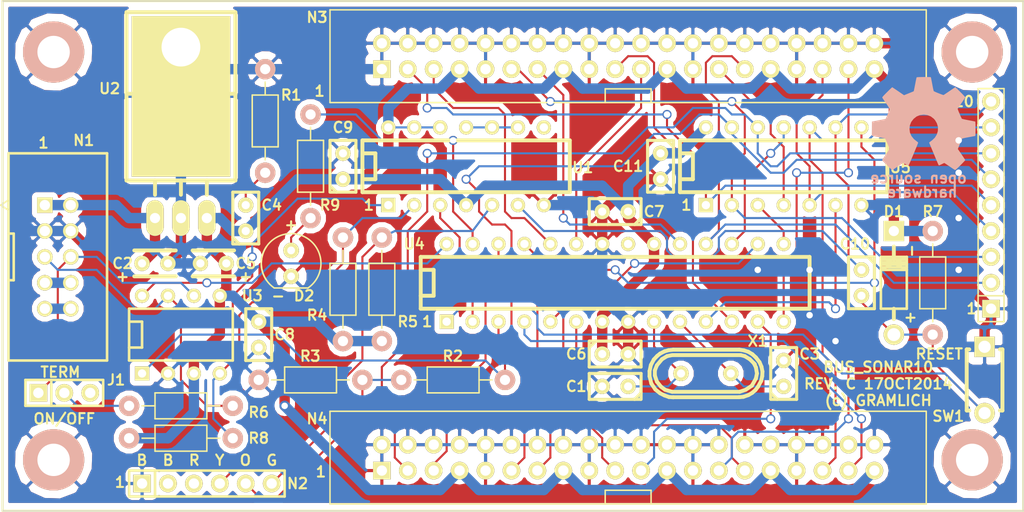
<source format=kicad_pcb>
(kicad_pcb (version 4) (host pcbnew "(2014-jul-16 BZR unknown)-product")
  (title_block (date "Fri 03 Oct 2014") (rev B))
  (layers (0 F.Cu signal) (31 B.Cu signal) (34 B.Paste user) (35 F.Paste user) (36 B.SilkS user) (37 F.SilkS user) (38 B.Mask user) (39 F.Mask user) (44 Edge.Cuts user))
  (net 0 "")
  (net 1 /D2)
  (net 2 /D3)
  (net 3 /D4)
  (net 4 /D5)
  (net 5 /D6)
  (net 6 /D7)
  (net 7 /D8)
  (net 8 /D9)
  (net 9 /D10)
  (net 10 /D11)
  (net 11 /D12)
  (net 12 /D13)
  (net 13 GND)
  (net 14 "Net-(C10-Pad1)")
  (net 15 /~RESET)
  (net 16 "Net-(N1-Pad5)")
  (net 17 "Net-(N2-Pad4)")
  (net 18 "Net-(N2-Pad5)")
  (net 19 "Net-(N2-Pad6)")
  (net 20 /TXD)
  (net 21 /RXD)
  (net 22 /LPWR)
  (net 23 "Net-(C1-Pad1)")
  (net 24 "Net-(C3-Pad1)")
  (net 25 "Net-(C4-Pad2)")
  (net 26 "Net-(J1-Pad1)")
  (net 27 "Net-(J1-Pad2)")
  (net 28 "Net-(N1-Pad7)")
  (net 29 "Net-(N1-Pad10)")
  (net 30 "Net-(N3-Pad3)")
  (net 31 "Net-(N3-Pad5)")
  (net 32 "Net-(N3-Pad11)")
  (net 33 "Net-(N3-Pad21)")
  (net 34 "Net-(N3-Pad27)")
  (net 35 "Net-(N3-Pad35)")
  (net 36 "Net-(N4-Pad3)")
  (net 37 "Net-(N4-Pad5)")
  (net 38 "Net-(N4-Pad11)")
  (net 39 "Net-(N4-Pad13)")
  (net 40 "Net-(N4-Pad27)")
  (net 41 "Net-(N4-Pad35)")
  (net 42 "Net-(D2-Pad+)")
  (net 43 "Net-(R9-Pad1)")
  (net 44 "Net-(U1-Pad10)")
  (net 45 "Net-(U3-Pad8)")
  (net 46 /CAN_RXD)
  (net 47 VCC)
  (module bus_sonar10:Capacitor3MMDiscRM2.5 (layer F.Cu) (at 160.02 137.795 180)
    (fp_text reference C1 (at 3.81 0 180) (layer F.SilkS) (effects (font (size 1.016 1.016) (thickness 0.2032))))
    (fp_text value 18pF hide)
    (pad 1 thru_hole circle (at -1.27 0 180) (size 1.50114 1.50114) (drill 0.8001) (layers *.Cu *.Mask F.SilkS) (net 23 "Net-(C1-Pad1)"))
    (pad 2 thru_hole circle (at 1.27 0 180) (size 1.50114 1.50114) (drill 0.8001) (layers *.Cu *.Mask F.SilkS) (net 13 GND))
  )
  (module bus_sonar10:Capacitor4x3RM2-5_RevB (layer F.Cu) (at 114.935 125.73)
    (fp_text reference C2 (at -3.175 0 180) (layer F.SilkS) (effects (font (size 1.016 1.016) (thickness 0.2032))))
    (fp_text value 22uF hide)
    (pad 1 thru_hole circle (at -1.27 0) (size 1.50114 1.50114) (drill 0.8001) (layers *.Cu *.Mask F.SilkS) (net 22 /LPWR))
    (pad 2 thru_hole circle (at 1.27 0) (size 1.50114 1.50114) (drill 0.8001) (layers *.Cu *.Mask F.SilkS) (net 13 GND))
  )
  (module bus_sonar10:Capacitor3MMDiscRM2.5 (layer F.Cu) (at 176.53 136.525 90)
    (fp_text reference C3 (at 1.905 2.54 180) (layer F.SilkS) (effects (font (size 1.016 1.016) (thickness 0.2032))))
    (fp_text value 18pF hide)
    (pad 1 thru_hole circle (at -1.27 0 90) (size 1.50114 1.50114) (drill 0.8001) (layers *.Cu *.Mask F.SilkS) (net 24 "Net-(C3-Pad1)"))
    (pad 2 thru_hole circle (at 1.27 0 90) (size 1.50114 1.50114) (drill 0.8001) (layers *.Cu *.Mask F.SilkS) (net 13 GND))
  )
  (module bus_sonar10:Capacitor3MMDiscRM2.5 (layer F.Cu) (at 123.825 121.285 90)
    (fp_text reference C4 (at 1.27 2.54 180) (layer F.SilkS) (effects (font (size 1.016 1.016) (thickness 0.2032))))
    (fp_text value .1uF hide)
    (pad 1 thru_hole circle (at -1.27 0 90) (size 1.50114 1.50114) (drill 0.8001) (layers *.Cu *.Mask F.SilkS) (net 47 VCC))
    (pad 2 thru_hole circle (at 1.27 0 90) (size 1.50114 1.50114) (drill 0.8001) (layers *.Cu *.Mask F.SilkS) (net 25 "Net-(C4-Pad2)"))
  )
  (module bus_sonar10:Capacitor4x3RM2-5_RevB (layer F.Cu) (at 120.65 125.73 180)
    (fp_text reference C5 (at -3.175 0 360) (layer F.SilkS) (effects (font (size 1.016 1.016) (thickness 0.2032))))
    (fp_text value 22uF hide)
    (pad 1 thru_hole circle (at -1.27 0 180) (size 1.50114 1.50114) (drill 0.8001) (layers *.Cu *.Mask F.SilkS) (net 47 VCC))
    (pad 2 thru_hole circle (at 1.27 0 180) (size 1.50114 1.50114) (drill 0.8001) (layers *.Cu *.Mask F.SilkS) (net 13 GND))
  )
  (module bus_sonar10:Capacitor3MMDiscRM2.5 (layer F.Cu) (at 160.02 134.62)
    (fp_text reference C6 (at -3.81 0) (layer F.SilkS) (effects (font (size 1.016 1.016) (thickness 0.2032))))
    (fp_text value .1uF hide)
    (pad 1 thru_hole circle (at -1.27 0) (size 1.50114 1.50114) (drill 0.8001) (layers *.Cu *.Mask F.SilkS) (net 47 VCC))
    (pad 2 thru_hole circle (at 1.27 0) (size 1.50114 1.50114) (drill 0.8001) (layers *.Cu *.Mask F.SilkS) (net 13 GND))
  )
  (module bus_sonar10:Capacitor3MMDiscRM2.5 (layer F.Cu) (at 160.02 120.65 180)
    (fp_text reference C7 (at -3.81 0 180) (layer F.SilkS) (effects (font (size 1.016 1.016) (thickness 0.2032))))
    (fp_text value .1uF hide)
    (pad 1 thru_hole circle (at -1.27 0 180) (size 1.50114 1.50114) (drill 0.8001) (layers *.Cu *.Mask F.SilkS) (net 47 VCC))
    (pad 2 thru_hole circle (at 1.27 0 180) (size 1.50114 1.50114) (drill 0.8001) (layers *.Cu *.Mask F.SilkS) (net 13 GND))
  )
  (module bus_sonar10:Capacitor3MMDiscRM2.5 (layer F.Cu) (at 125.095 132.715 270)
    (fp_text reference C8 (at 0 -2.54 360) (layer F.SilkS) (effects (font (size 1.016 1.016) (thickness 0.2032))))
    (fp_text value .1uF hide)
    (pad 1 thru_hole circle (at -1.27 0 270) (size 1.50114 1.50114) (drill 0.8001) (layers *.Cu *.Mask F.SilkS) (net 47 VCC))
    (pad 2 thru_hole circle (at 1.27 0 270) (size 1.50114 1.50114) (drill 0.8001) (layers *.Cu *.Mask F.SilkS) (net 13 GND))
  )
  (module bus_sonar10:Capacitor3MMDiscRM2.5 (layer F.Cu) (at 133.35 116.205 90)
    (fp_text reference C9 (at 3.81 0 180) (layer F.SilkS) (effects (font (size 1.016 1.016) (thickness 0.2032))))
    (fp_text value .1uF hide)
    (pad 1 thru_hole circle (at -1.27 0 90) (size 1.50114 1.50114) (drill 0.8001) (layers *.Cu *.Mask F.SilkS) (net 47 VCC))
    (pad 2 thru_hole circle (at 1.27 0 90) (size 1.50114 1.50114) (drill 0.8001) (layers *.Cu *.Mask F.SilkS) (net 13 GND))
  )
  (module bus_sonar10:Capacitor3MMDiscRM2.5 (layer F.Cu) (at 184.15 127.635 270)
    (fp_text reference C10 (at -3.81 0.635 360) (layer F.SilkS) (effects (font (size 1.016 1.016) (thickness 0.2032))))
    (fp_text value 1uF hide)
    (pad 1 thru_hole circle (at -1.27 0 270) (size 1.50114 1.50114) (drill 0.8001) (layers *.Cu *.Mask F.SilkS) (net 14 "Net-(C10-Pad1)"))
    (pad 2 thru_hole circle (at 1.27 0 270) (size 1.50114 1.50114) (drill 0.8001) (layers *.Cu *.Mask F.SilkS) (net 15 /~RESET))
  )
  (module bus_sonar10:Capacitor3MMDiscRM2.5 (layer F.Cu) (at 164.465 116.205 270)
    (fp_text reference C11 (at 0 3.175 360) (layer F.SilkS) (effects (font (size 1.016 1.016) (thickness 0.2032))))
    (fp_text value .1uF hide)
    (pad 1 thru_hole circle (at -1.27 0 270) (size 1.50114 1.50114) (drill 0.8001) (layers *.Cu *.Mask F.SilkS) (net 47 VCC))
    (pad 2 thru_hole circle (at 1.27 0 270) (size 1.50114 1.50114) (drill 0.8001) (layers *.Cu *.Mask F.SilkS) (net 13 GND))
  )
  (module bus_sonar10:Diode_DO-41_SOD81_Horizontal_RM10 (layer F.Cu) (at 187.325 127.635 90)
    (fp_text reference D1 (at 6.985 0 180) (layer F.SilkS) (effects (font (size 1.016 1.016) (thickness 0.2032))))
    (fp_text value SD101C-TR hide)
    (fp_text user - (at 3.14 1.71 90) (layer F.SilkS) (effects (font (size 1.016 1.016) (thickness 0.2032))))
    (fp_text user + (at -3.42 1.56 90) (layer F.SilkS) (effects (font (size 1.016 1.016) (thickness 0.2032))))
    (pad + thru_hole circle (at -5.08 0 90) (size 1.99898 1.99898) (drill 1.27) (layers *.Cu *.Mask F.SilkS) (net 15 /~RESET))
    (pad - thru_hole rect (at 5.08 0 90) (size 1.99898 1.99898) (drill 1.00076) (layers *.Cu *.Mask F.SilkS) (net 47 VCC))
  )
  (module bus_sonar10:OSHW_LOGO_400mil (layer B.Cu) (at 190.246 112.014)
    (fp_text reference G1 hide)
    (fp_text value OSHW_LOGO hide)
  )
  (module bus_sonar10:MountingHole_3mm (layer F.Cu) (at 105 105)
    (fp_text reference H1 (at 0 0) (layer F.SilkS) (effects (font (size 1.016 1.016) (thickness 0.2032))))
    (fp_text value 3MM_HOLE hide)
    (pad 1 thru_hole circle (at 0 0) (size 6 6) (drill 3.175) (layers *.Cu *.SilkS *.Mask) (net 13 GND))
  )
  (module bus_sonar10:MountingHole_3mm (layer F.Cu) (at 195 105)
    (fp_text reference H2 (at 0 0) (layer F.SilkS) (effects (font (size 1.016 1.016) (thickness 0.2032))))
    (fp_text value 3MM_HOLE hide)
    (pad 1 thru_hole circle (at 0 0) (size 6 6) (drill 3.175) (layers *.Cu *.SilkS *.Mask) (net 13 GND))
  )
  (module bus_sonar10:MountingHole_3mm (layer F.Cu) (at 105 145)
    (fp_text reference H3 (at 0 0) (layer F.SilkS) (effects (font (size 1.016 1.016) (thickness 0.2032))))
    (fp_text value 3MM_HOLE hide)
    (pad 1 thru_hole circle (at 0 0) (size 6 6) (drill 3.175) (layers *.Cu *.SilkS *.Mask) (net 13 GND))
  )
  (module bus_sonar10:MountingHole_3mm (layer F.Cu) (at 195 145)
    (fp_text reference H4 (at 0 0) (layer F.SilkS) (effects (font (size 1.016 1.016) (thickness 0.2032))))
    (fp_text value 3MM_HOLE hide)
    (pad 1 thru_hole circle (at 0 0) (size 6 6) (drill 3.175) (layers *.Cu *.SilkS *.Mask) (net 13 GND))
  )
  (module bus_sonar10:Pin_Header_Straight_1x03 (layer F.Cu) (at 106.045 138.43)
    (fp_text reference J1 (at 5.08 -1.27) (layer F.SilkS) (effects (font (size 1.016 1.016) (thickness 0.2032))))
    (fp_text value TERMINATE_JUMPER hide)
    (pad 1 thru_hole rect (at -2.54 0) (size 1.7272 1.7272) (drill 1.016) (layers *.Cu *.Mask F.SilkS) (net 26 "Net-(J1-Pad1)"))
    (pad 2 thru_hole circle (at 0 0) (size 1.7272 1.7272) (drill 1.016) (layers *.Cu *.Mask F.SilkS) (net 27 "Net-(J1-Pad2)"))
    (pad 3 thru_hole circle (at 2.54 0) (size 1.7272 1.7272) (drill 1.016) (layers *.Cu *.Mask F.SilkS))
  )
  (module bus_sonar10:Pin_Header_Straight_2x05_Shrouded (layer F.Cu) (at 105.41 125.095 270)
    (fp_text reference N1 (at -11.43 -2.54 540) (layer F.SilkS) (effects (font (size 1.016 1.016) (thickness 0.2032))))
    (fp_text value BUS_SLAVE_HEADER hide)
    (pad 1 thru_hole rect (at -5.08 1.27 270) (size 1.524 1.524) (drill 1.016) (layers *.Cu *.Mask F.SilkS) (net 22 /LPWR))
    (pad 2 thru_hole circle (at -5.08 -1.27 270) (size 1.524 1.524) (drill 1.016) (layers *.Cu *.Mask F.SilkS) (net 22 /LPWR))
    (pad 3 thru_hole circle (at -2.54 1.27 270) (size 1.524 1.524) (drill 1.016) (layers *.Cu *.Mask F.SilkS) (net 13 GND))
    (pad 4 thru_hole circle (at -2.54 -1.27 270) (size 1.524 1.524) (drill 1.016) (layers *.Cu *.Mask F.SilkS) (net 13 GND))
    (pad 5 thru_hole circle (at 0 1.27 270) (size 1.524 1.524) (drill 1.016) (layers *.Cu *.Mask F.SilkS) (net 16 "Net-(N1-Pad5)"))
    (pad 6 thru_hole circle (at 0 -1.27 270) (size 1.524 1.524) (drill 1.016) (layers *.Cu *.Mask F.SilkS) (net 26 "Net-(J1-Pad1)"))
    (pad 7 thru_hole circle (at 2.54 1.27 270) (size 1.524 1.524) (drill 1.016) (layers *.Cu *.Mask F.SilkS) (net 28 "Net-(N1-Pad7)"))
    (pad 8 thru_hole circle (at 2.54 -1.27 270) (size 1.524 1.524) (drill 1.016) (layers *.Cu *.Mask F.SilkS) (net 28 "Net-(N1-Pad7)"))
    (pad 9 thru_hole circle (at 5.08 1.27 270) (size 1.524 1.524) (drill 1.016) (layers *.Cu *.Mask F.SilkS) (net 29 "Net-(N1-Pad10)"))
    (pad 10 thru_hole circle (at 5.08 -1.27 270) (size 1.524 1.524) (drill 1.016) (layers *.Cu *.Mask F.SilkS) (net 29 "Net-(N1-Pad10)"))
  )
  (module bus_sonar10:Pin_Header_Straight_1x06 (layer F.Cu) (at 120.015 147.32)
    (fp_text reference N2 (at 8.89 0) (layer F.SilkS) (effects (font (size 1.016 1.016) (thickness 0.2032))))
    (fp_text value FTDI_HEADER hide)
    (pad 1 thru_hole rect (at -6.35 0) (size 1.7272 1.7272) (drill 1.016) (layers *.Cu *.Mask F.SilkS) (net 13 GND))
    (pad 2 thru_hole circle (at -3.81 0) (size 1.7272 1.7272) (drill 1.016) (layers *.Cu *.Mask F.SilkS))
    (pad 3 thru_hole circle (at -1.27 0) (size 1.7272 1.7272) (drill 1.016) (layers *.Cu *.Mask F.SilkS))
    (pad 4 thru_hole circle (at 1.27 0) (size 1.7272 1.7272) (drill 1.016) (layers *.Cu *.Mask F.SilkS) (net 17 "Net-(N2-Pad4)"))
    (pad 5 thru_hole circle (at 3.81 0) (size 1.7272 1.7272) (drill 1.016) (layers *.Cu *.Mask F.SilkS) (net 18 "Net-(N2-Pad5)"))
    (pad 6 thru_hole circle (at 6.35 0) (size 1.7272 1.7272) (drill 1.016) (layers *.Cu *.Mask F.SilkS) (net 19 "Net-(N2-Pad6)"))
  )
  (module bus_sonar10:Pin_Header_Straight_2x20_Shrouded (layer F.Cu) (at 161.29 105.41)
    (fp_text reference N3 (at -30.48 -3.81) (layer F.SilkS) (effects (font (size 1.016 1.016) (thickness 0.2032))))
    (fp_text value 302-S401 hide)
    (pad 1 thru_hole rect (at -24.13 1.27) (size 1.7272 1.7272) (drill 1.016) (layers *.Cu *.Mask F.SilkS) (net 13 GND))
    (pad 2 thru_hole oval (at -24.13 -1.27) (size 1.7272 1.7272) (drill 1.016) (layers *.Cu *.Mask F.SilkS) (net 13 GND))
    (pad 3 thru_hole oval (at -21.59 1.27) (size 1.7272 1.7272) (drill 1.016) (layers *.Cu *.Mask F.SilkS) (net 30 "Net-(N3-Pad3)"))
    (pad 4 thru_hole oval (at -21.59 -1.27) (size 1.7272 1.7272) (drill 1.016) (layers *.Cu *.Mask F.SilkS) (net 13 GND))
    (pad 5 thru_hole oval (at -19.05 1.27) (size 1.7272 1.7272) (drill 1.016) (layers *.Cu *.Mask F.SilkS) (net 31 "Net-(N3-Pad5)"))
    (pad 6 thru_hole oval (at -19.05 -1.27) (size 1.7272 1.7272) (drill 1.016) (layers *.Cu *.Mask F.SilkS) (net 13 GND))
    (pad 7 thru_hole oval (at -16.51 1.27) (size 1.7272 1.7272) (drill 1.016) (layers *.Cu *.Mask F.SilkS) (net 47 VCC))
    (pad 8 thru_hole oval (at -16.51 -1.27) (size 1.7272 1.7272) (drill 1.016) (layers *.Cu *.Mask F.SilkS) (net 13 GND))
    (pad 9 thru_hole oval (at -13.97 1.27) (size 1.7272 1.7272) (drill 1.016) (layers *.Cu *.Mask F.SilkS) (net 13 GND))
    (pad 10 thru_hole oval (at -13.97 -1.27) (size 1.7272 1.7272) (drill 1.016) (layers *.Cu *.Mask F.SilkS) (net 13 GND))
    (pad 11 thru_hole oval (at -11.43 1.27) (size 1.7272 1.7272) (drill 1.016) (layers *.Cu *.Mask F.SilkS) (net 32 "Net-(N3-Pad11)"))
    (pad 12 thru_hole oval (at -11.43 -1.27) (size 1.7272 1.7272) (drill 1.016) (layers *.Cu *.Mask F.SilkS) (net 13 GND))
    (pad 13 thru_hole oval (at -8.89 1.27) (size 1.7272 1.7272) (drill 1.016) (layers *.Cu *.Mask F.SilkS) (net 12 /D13))
    (pad 14 thru_hole oval (at -8.89 -1.27) (size 1.7272 1.7272) (drill 1.016) (layers *.Cu *.Mask F.SilkS) (net 13 GND))
    (pad 15 thru_hole oval (at -6.35 1.27) (size 1.7272 1.7272) (drill 1.016) (layers *.Cu *.Mask F.SilkS) (net 47 VCC))
    (pad 16 thru_hole oval (at -6.35 -1.27) (size 1.7272 1.7272) (drill 1.016) (layers *.Cu *.Mask F.SilkS) (net 13 GND))
    (pad 17 thru_hole oval (at -3.81 1.27) (size 1.7272 1.7272) (drill 1.016) (layers *.Cu *.Mask F.SilkS) (net 13 GND))
    (pad 18 thru_hole oval (at -3.81 -1.27) (size 1.7272 1.7272) (drill 1.016) (layers *.Cu *.Mask F.SilkS) (net 13 GND))
    (pad 19 thru_hole oval (at -1.27 1.27) (size 1.7272 1.7272) (drill 1.016) (layers *.Cu *.Mask F.SilkS) (net 5 /D6))
    (pad 20 thru_hole oval (at -1.27 -1.27) (size 1.7272 1.7272) (drill 1.016) (layers *.Cu *.Mask F.SilkS) (net 13 GND))
    (pad 21 thru_hole oval (at 1.27 1.27) (size 1.7272 1.7272) (drill 1.016) (layers *.Cu *.Mask F.SilkS) (net 33 "Net-(N3-Pad21)"))
    (pad 22 thru_hole oval (at 1.27 -1.27) (size 1.7272 1.7272) (drill 1.016) (layers *.Cu *.Mask F.SilkS) (net 13 GND))
    (pad 23 thru_hole oval (at 3.81 1.27) (size 1.7272 1.7272) (drill 1.016) (layers *.Cu *.Mask F.SilkS) (net 47 VCC))
    (pad 24 thru_hole oval (at 3.81 -1.27) (size 1.7272 1.7272) (drill 1.016) (layers *.Cu *.Mask F.SilkS) (net 13 GND))
    (pad 25 thru_hole oval (at 6.35 1.27) (size 1.7272 1.7272) (drill 1.016) (layers *.Cu *.Mask F.SilkS) (net 13 GND))
    (pad 26 thru_hole oval (at 6.35 -1.27) (size 1.7272 1.7272) (drill 1.016) (layers *.Cu *.Mask F.SilkS) (net 13 GND))
    (pad 27 thru_hole oval (at 8.89 1.27) (size 1.7272 1.7272) (drill 1.016) (layers *.Cu *.Mask F.SilkS) (net 34 "Net-(N3-Pad27)"))
    (pad 28 thru_hole oval (at 8.89 -1.27) (size 1.7272 1.7272) (drill 1.016) (layers *.Cu *.Mask F.SilkS) (net 13 GND))
    (pad 29 thru_hole oval (at 11.43 1.27) (size 1.7272 1.7272) (drill 1.016) (layers *.Cu *.Mask F.SilkS) (net 11 /D12))
    (pad 30 thru_hole oval (at 11.43 -1.27) (size 1.7272 1.7272) (drill 1.016) (layers *.Cu *.Mask F.SilkS) (net 13 GND))
    (pad 31 thru_hole oval (at 13.97 1.27) (size 1.7272 1.7272) (drill 1.016) (layers *.Cu *.Mask F.SilkS) (net 47 VCC))
    (pad 32 thru_hole oval (at 13.97 -1.27) (size 1.7272 1.7272) (drill 1.016) (layers *.Cu *.Mask F.SilkS) (net 13 GND))
    (pad 33 thru_hole oval (at 16.51 1.27) (size 1.7272 1.7272) (drill 1.016) (layers *.Cu *.Mask F.SilkS) (net 13 GND))
    (pad 34 thru_hole oval (at 16.51 -1.27) (size 1.7272 1.7272) (drill 1.016) (layers *.Cu *.Mask F.SilkS) (net 13 GND))
    (pad 35 thru_hole oval (at 19.05 1.27) (size 1.7272 1.7272) (drill 1.016) (layers *.Cu *.Mask F.SilkS) (net 35 "Net-(N3-Pad35)"))
    (pad 36 thru_hole oval (at 19.05 -1.27) (size 1.7272 1.7272) (drill 1.016) (layers *.Cu *.Mask F.SilkS) (net 13 GND))
    (pad 37 thru_hole oval (at 21.59 1.27) (size 1.7272 1.7272) (drill 1.016) (layers *.Cu *.Mask F.SilkS) (net 7 /D8))
    (pad 38 thru_hole oval (at 21.59 -1.27) (size 1.7272 1.7272) (drill 1.016) (layers *.Cu *.Mask F.SilkS) (net 13 GND))
    (pad 39 thru_hole oval (at 24.13 1.27) (size 1.7272 1.7272) (drill 1.016) (layers *.Cu *.Mask F.SilkS) (net 47 VCC))
    (pad 40 thru_hole oval (at 24.13 -1.27) (size 1.7272 1.7272) (drill 1.016) (layers *.Cu *.Mask F.SilkS) (net 13 GND))
  )
  (module bus_sonar10:Pin_Header_Straight_2x20_Shrouded (layer F.Cu) (at 161.29 144.78)
    (fp_text reference N4 (at -30.48 -3.81) (layer F.SilkS) (effects (font (size 1.016 1.016) (thickness 0.2032))))
    (fp_text value 302-S401 hide)
    (pad 1 thru_hole rect (at -24.13 1.27) (size 1.7272 1.7272) (drill 1.016) (layers *.Cu *.Mask F.SilkS) (net 13 GND))
    (pad 2 thru_hole oval (at -24.13 -1.27) (size 1.7272 1.7272) (drill 1.016) (layers *.Cu *.Mask F.SilkS) (net 13 GND))
    (pad 3 thru_hole oval (at -21.59 1.27) (size 1.7272 1.7272) (drill 1.016) (layers *.Cu *.Mask F.SilkS) (net 36 "Net-(N4-Pad3)"))
    (pad 4 thru_hole oval (at -21.59 -1.27) (size 1.7272 1.7272) (drill 1.016) (layers *.Cu *.Mask F.SilkS) (net 13 GND))
    (pad 5 thru_hole oval (at -19.05 1.27) (size 1.7272 1.7272) (drill 1.016) (layers *.Cu *.Mask F.SilkS) (net 37 "Net-(N4-Pad5)"))
    (pad 6 thru_hole oval (at -19.05 -1.27) (size 1.7272 1.7272) (drill 1.016) (layers *.Cu *.Mask F.SilkS) (net 13 GND))
    (pad 7 thru_hole oval (at -16.51 1.27) (size 1.7272 1.7272) (drill 1.016) (layers *.Cu *.Mask F.SilkS) (net 47 VCC))
    (pad 8 thru_hole oval (at -16.51 -1.27) (size 1.7272 1.7272) (drill 1.016) (layers *.Cu *.Mask F.SilkS) (net 13 GND))
    (pad 9 thru_hole oval (at -13.97 1.27) (size 1.7272 1.7272) (drill 1.016) (layers *.Cu *.Mask F.SilkS) (net 13 GND))
    (pad 10 thru_hole oval (at -13.97 -1.27) (size 1.7272 1.7272) (drill 1.016) (layers *.Cu *.Mask F.SilkS) (net 13 GND))
    (pad 11 thru_hole oval (at -11.43 1.27) (size 1.7272 1.7272) (drill 1.016) (layers *.Cu *.Mask F.SilkS) (net 38 "Net-(N4-Pad11)"))
    (pad 12 thru_hole oval (at -11.43 -1.27) (size 1.7272 1.7272) (drill 1.016) (layers *.Cu *.Mask F.SilkS) (net 13 GND))
    (pad 13 thru_hole oval (at -8.89 1.27) (size 1.7272 1.7272) (drill 1.016) (layers *.Cu *.Mask F.SilkS) (net 39 "Net-(N4-Pad13)"))
    (pad 14 thru_hole oval (at -8.89 -1.27) (size 1.7272 1.7272) (drill 1.016) (layers *.Cu *.Mask F.SilkS) (net 13 GND))
    (pad 15 thru_hole oval (at -6.35 1.27) (size 1.7272 1.7272) (drill 1.016) (layers *.Cu *.Mask F.SilkS) (net 47 VCC))
    (pad 16 thru_hole oval (at -6.35 -1.27) (size 1.7272 1.7272) (drill 1.016) (layers *.Cu *.Mask F.SilkS) (net 13 GND))
    (pad 17 thru_hole oval (at -3.81 1.27) (size 1.7272 1.7272) (drill 1.016) (layers *.Cu *.Mask F.SilkS) (net 13 GND))
    (pad 18 thru_hole oval (at -3.81 -1.27) (size 1.7272 1.7272) (drill 1.016) (layers *.Cu *.Mask F.SilkS) (net 13 GND))
    (pad 19 thru_hole oval (at -1.27 1.27) (size 1.7272 1.7272) (drill 1.016) (layers *.Cu *.Mask F.SilkS) (net 9 /D10))
    (pad 20 thru_hole oval (at -1.27 -1.27) (size 1.7272 1.7272) (drill 1.016) (layers *.Cu *.Mask F.SilkS) (net 13 GND))
    (pad 21 thru_hole oval (at 1.27 1.27) (size 1.7272 1.7272) (drill 1.016) (layers *.Cu *.Mask F.SilkS) (net 6 /D7))
    (pad 22 thru_hole oval (at 1.27 -1.27) (size 1.7272 1.7272) (drill 1.016) (layers *.Cu *.Mask F.SilkS) (net 13 GND))
    (pad 23 thru_hole oval (at 3.81 1.27) (size 1.7272 1.7272) (drill 1.016) (layers *.Cu *.Mask F.SilkS) (net 47 VCC))
    (pad 24 thru_hole oval (at 3.81 -1.27) (size 1.7272 1.7272) (drill 1.016) (layers *.Cu *.Mask F.SilkS) (net 13 GND))
    (pad 25 thru_hole oval (at 6.35 1.27) (size 1.7272 1.7272) (drill 1.016) (layers *.Cu *.Mask F.SilkS) (net 13 GND))
    (pad 26 thru_hole oval (at 6.35 -1.27) (size 1.7272 1.7272) (drill 1.016) (layers *.Cu *.Mask F.SilkS) (net 13 GND))
    (pad 27 thru_hole oval (at 8.89 1.27) (size 1.7272 1.7272) (drill 1.016) (layers *.Cu *.Mask F.SilkS) (net 40 "Net-(N4-Pad27)"))
    (pad 28 thru_hole oval (at 8.89 -1.27) (size 1.7272 1.7272) (drill 1.016) (layers *.Cu *.Mask F.SilkS) (net 13 GND))
    (pad 29 thru_hole oval (at 11.43 1.27) (size 1.7272 1.7272) (drill 1.016) (layers *.Cu *.Mask F.SilkS) (net 3 /D4))
    (pad 30 thru_hole oval (at 11.43 -1.27) (size 1.7272 1.7272) (drill 1.016) (layers *.Cu *.Mask F.SilkS) (net 13 GND))
    (pad 31 thru_hole oval (at 13.97 1.27) (size 1.7272 1.7272) (drill 1.016) (layers *.Cu *.Mask F.SilkS) (net 47 VCC))
    (pad 32 thru_hole oval (at 13.97 -1.27) (size 1.7272 1.7272) (drill 1.016) (layers *.Cu *.Mask F.SilkS) (net 13 GND))
    (pad 33 thru_hole oval (at 16.51 1.27) (size 1.7272 1.7272) (drill 1.016) (layers *.Cu *.Mask F.SilkS) (net 13 GND))
    (pad 34 thru_hole oval (at 16.51 -1.27) (size 1.7272 1.7272) (drill 1.016) (layers *.Cu *.Mask F.SilkS) (net 13 GND))
    (pad 35 thru_hole oval (at 19.05 1.27) (size 1.7272 1.7272) (drill 1.016) (layers *.Cu *.Mask F.SilkS) (net 41 "Net-(N4-Pad35)"))
    (pad 36 thru_hole oval (at 19.05 -1.27) (size 1.7272 1.7272) (drill 1.016) (layers *.Cu *.Mask F.SilkS) (net 13 GND))
    (pad 37 thru_hole oval (at 21.59 1.27) (size 1.7272 1.7272) (drill 1.016) (layers *.Cu *.Mask F.SilkS) (net 1 /D2))
    (pad 38 thru_hole oval (at 21.59 -1.27) (size 1.7272 1.7272) (drill 1.016) (layers *.Cu *.Mask F.SilkS) (net 13 GND))
    (pad 39 thru_hole oval (at 24.13 1.27) (size 1.7272 1.7272) (drill 1.016) (layers *.Cu *.Mask F.SilkS) (net 47 VCC))
    (pad 40 thru_hole oval (at 24.13 -1.27) (size 1.7272 1.7272) (drill 1.016) (layers *.Cu *.Mask F.SilkS) (net 13 GND))
  )
  (module bus_sonar10:Resistor_Horizontal_400 (layer F.Cu) (at 125.73 111.76 270)
    (fp_text reference R1 (at -2.54 -2.54 360) (layer F.SilkS) (effects (font (size 1.016 1.016) (thickness 0.2032))))
    (fp_text value .47 hide)
    (pad 1 thru_hole circle (at -5.08 0 270) (size 1.99898 1.99898) (drill 1.00076) (layers *.Cu *.SilkS *.Mask) (net 13 GND))
    (pad 2 thru_hole circle (at 5.08 0 270) (size 1.99898 1.99898) (drill 1.00076) (layers *.Cu *.SilkS *.Mask) (net 25 "Net-(C4-Pad2)"))
  )
  (module bus_sonar10:Resistor_Horizontal_400 (layer F.Cu) (at 144.145 137.16)
    (fp_text reference R2 (at -0.03 -2.33) (layer F.SilkS) (effects (font (size 1.016 1.016) (thickness 0.2032))))
    (fp_text value 22K hide)
    (pad 1 thru_hole circle (at -5.08 0) (size 1.99898 1.99898) (drill 1.00076) (layers *.Cu *.SilkS *.Mask) (net 18 "Net-(N2-Pad5)"))
    (pad 2 thru_hole circle (at 5.08 0) (size 1.99898 1.99898) (drill 1.00076) (layers *.Cu *.SilkS *.Mask) (net 20 /TXD))
  )
  (module bus_sonar10:Resistor_Horizontal_400 (layer F.Cu) (at 130.175 137.16)
    (fp_text reference R3 (at -0.03 -2.33) (layer F.SilkS) (effects (font (size 1.016 1.016) (thickness 0.2032))))
    (fp_text value 33K hide)
    (pad 1 thru_hole circle (at -5.08 0) (size 1.99898 1.99898) (drill 1.00076) (layers *.Cu *.SilkS *.Mask) (net 13 GND))
    (pad 2 thru_hole circle (at 5.08 0) (size 1.99898 1.99898) (drill 1.00076) (layers *.Cu *.SilkS *.Mask) (net 18 "Net-(N2-Pad5)"))
  )
  (module bus_sonar10:Resistor_Horizontal_400 (layer F.Cu) (at 133.35 128.27 270)
    (fp_text reference R4 (at 2.54 2.54 360) (layer F.SilkS) (effects (font (size 1.016 1.016) (thickness 0.2032))))
    (fp_text value 100K hide)
    (pad 1 thru_hole circle (at -5.08 0 270) (size 1.99898 1.99898) (drill 1.00076) (layers *.Cu *.SilkS *.Mask) (net 17 "Net-(N2-Pad4)"))
    (pad 2 thru_hole circle (at 5.08 0 270) (size 1.99898 1.99898) (drill 1.00076) (layers *.Cu *.SilkS *.Mask) (net 47 VCC))
  )
  (module bus_sonar10:Resistor_Horizontal_400 (layer F.Cu) (at 137.16 128.27 270)
    (fp_text reference R5 (at 3.175 -2.54 360) (layer F.SilkS) (effects (font (size 1.016 1.016) (thickness 0.2032))))
    (fp_text value 100K hide)
    (pad 1 thru_hole circle (at -5.08 0 270) (size 1.99898 1.99898) (drill 1.00076) (layers *.Cu *.SilkS *.Mask) (net 19 "Net-(N2-Pad6)"))
    (pad 2 thru_hole circle (at 5.08 0 270) (size 1.99898 1.99898) (drill 1.00076) (layers *.Cu *.SilkS *.Mask) (net 47 VCC))
  )
  (module bus_sonar10:Resistor_Horizontal_400 (layer F.Cu) (at 117.475 139.7 180)
    (fp_text reference R6 (at -7.62 -0.635 180) (layer F.SilkS) (effects (font (size 1.016 1.016) (thickness 0.2032))))
    (fp_text value .47 hide)
    (pad 1 thru_hole circle (at -5.08 0 180) (size 1.99898 1.99898) (drill 1.00076) (layers *.Cu *.SilkS *.Mask) (net 16 "Net-(N1-Pad5)"))
    (pad 2 thru_hole circle (at 5.08 0 180) (size 1.99898 1.99898) (drill 1.00076) (layers *.Cu *.SilkS *.Mask) (net 27 "Net-(J1-Pad2)"))
  )
  (module bus_sonar10:Resistor_Horizontal_400 (layer F.Cu) (at 191.135 127.635 90)
    (fp_text reference R7 (at 6.985 0 180) (layer F.SilkS) (effects (font (size 1.016 1.016) (thickness 0.2032))))
    (fp_text value 10K hide)
    (pad 1 thru_hole circle (at -5.08 0 90) (size 1.99898 1.99898) (drill 1.00076) (layers *.Cu *.SilkS *.Mask) (net 15 /~RESET))
    (pad 2 thru_hole circle (at 5.08 0 90) (size 1.99898 1.99898) (drill 1.00076) (layers *.Cu *.SilkS *.Mask) (net 47 VCC))
  )
  (module bus_sonar10:Button_6.5MM (layer F.Cu) (at 196.215 137.16 270)
    (fp_text reference SW1 (at 3.556 3.556 540) (layer F.SilkS) (effects (font (size 1.016 1.016) (thickness 0.2032))))
    (fp_text value MJTP1243 hide)
    (pad 1 thru_hole rect (at -3.2512 0 270) (size 1.99898 1.99898) (drill 1.19888) (layers *.Cu *.Mask F.SilkS) (net 13 GND))
    (pad 2 thru_hole circle (at 3.2512 0 270) (size 1.99898 1.99898) (drill 1.19888) (layers *.Cu *.Mask F.SilkS) (net 15 /~RESET))
  )
  (module bus_sonar10:DIP-14__300 (layer F.Cu) (at 145.415 116.205)
    (fp_text reference U1 (at 11.43 0.127) (layer F.SilkS) (effects (font (size 1.016 1.016) (thickness 0.2032))))
    (fp_text value 74HCT08 hide)
    (pad 1 thru_hole rect (at -7.62 3.81) (size 1.397 1.397) (drill 0.8128) (layers *.Cu *.Mask F.SilkS) (net 46 /CAN_RXD))
    (pad 2 thru_hole circle (at -5.08 3.81) (size 1.397 1.397) (drill 0.8128) (layers *.Cu *.Mask F.SilkS) (net 17 "Net-(N2-Pad4)"))
    (pad 3 thru_hole circle (at -2.54 3.81) (size 1.397 1.397) (drill 0.8128) (layers *.Cu *.Mask F.SilkS) (net 21 /RXD))
    (pad 4 thru_hole circle (at 0 3.81) (size 1.397 1.397) (drill 0.8128) (layers *.Cu *.Mask F.SilkS) (net 47 VCC))
    (pad 5 thru_hole circle (at 2.54 3.81) (size 1.397 1.397) (drill 0.8128) (layers *.Cu *.Mask F.SilkS) (net 19 "Net-(N2-Pad6)"))
    (pad 6 thru_hole circle (at 5.08 3.81) (size 1.397 1.397) (drill 0.8128) (layers *.Cu *.Mask F.SilkS) (net 14 "Net-(C10-Pad1)"))
    (pad 7 thru_hole circle (at 7.62 3.81) (size 1.397 1.397) (drill 0.8128) (layers *.Cu *.Mask F.SilkS) (net 13 GND))
    (pad 8 thru_hole circle (at 7.62 -3.81) (size 1.397 1.397) (drill 0.8128) (layers *.Cu *.Mask F.SilkS))
    (pad 9 thru_hole circle (at 5.08 -3.81) (size 1.397 1.397) (drill 0.8128) (layers *.Cu *.Mask F.SilkS) (net 44 "Net-(U1-Pad10)"))
    (pad 10 thru_hole circle (at 2.54 -3.81) (size 1.397 1.397) (drill 0.8128) (layers *.Cu *.Mask F.SilkS) (net 44 "Net-(U1-Pad10)"))
    (pad 11 thru_hole circle (at 0 -3.81) (size 1.397 1.397) (drill 0.8128) (layers *.Cu *.Mask F.SilkS) (net 44 "Net-(U1-Pad10)"))
    (pad 12 thru_hole circle (at -2.54 -3.81) (size 1.397 1.397) (drill 0.8128) (layers *.Cu *.Mask F.SilkS) (net 47 VCC))
    (pad 13 thru_hole circle (at -5.08 -3.81) (size 1.397 1.397) (drill 0.8128) (layers *.Cu *.Mask F.SilkS) (net 47 VCC))
    (pad 14 thru_hole circle (at -7.62 -3.81) (size 1.397 1.397) (drill 0.8128) (layers *.Cu *.Mask F.SilkS) (net 47 VCC))
  )
  (module bus_sonar10:TO-220_Neutral123_Horizontal_LargePads (layer F.Cu) (at 117.475 121.285)
    (fp_text reference U2 (at -6.985 -12.7 180) (layer F.SilkS) (effects (font (size 1.016 1.016) (thickness 0.2032))))
    (fp_text value LM2940 hide)
    (pad 2 thru_hole oval (at 0 0 90) (size 3.50012 1.69926) (drill 1.00076) (layers *.Cu *.Mask F.SilkS) (net 13 GND))
    (pad 1 thru_hole oval (at -2.54 0 90) (size 3.50012 1.69926) (drill 1.00076) (layers *.Cu *.Mask F.SilkS) (net 22 /LPWR))
    (pad 3 thru_hole oval (at 2.54 0 90) (size 3.50012 1.69926) (drill 1.00076) (layers *.Cu *.Mask F.SilkS) (net 47 VCC))
    (pad 2 thru_hole rect (at 0 -16.764 90) (size 15.748 9.652) (drill 3.79984 (offset -4.826 0)) (layers *.Cu F.SilkS F.Mask) (net 13 GND))
  )
  (module bus_sonar10:DIP-8__300 (layer F.Cu) (at 117.475 132.715)
    (fp_text reference U3 (at 6.985 -3.81) (layer F.SilkS) (effects (font (size 1.016 1.016) (thickness 0.2032))))
    (fp_text value MCP2562 hide)
    (pad 1 thru_hole rect (at -3.81 3.81) (size 1.397 1.397) (drill 0.8128) (layers *.Cu *.Mask F.SilkS) (net 20 /TXD))
    (pad 2 thru_hole circle (at -1.27 3.81) (size 1.397 1.397) (drill 0.8128) (layers *.Cu *.Mask F.SilkS) (net 13 GND))
    (pad 3 thru_hole circle (at 1.27 3.81) (size 1.397 1.397) (drill 0.8128) (layers *.Cu *.Mask F.SilkS) (net 47 VCC))
    (pad 4 thru_hole circle (at 3.81 3.81) (size 1.397 1.397) (drill 0.8128) (layers *.Cu *.Mask F.SilkS) (net 46 /CAN_RXD))
    (pad 5 thru_hole circle (at 3.81 -3.81) (size 1.397 1.397) (drill 0.8128) (layers *.Cu *.Mask F.SilkS) (net 47 VCC))
    (pad 6 thru_hole circle (at 1.27 -3.81) (size 1.397 1.397) (drill 0.8128) (layers *.Cu *.Mask F.SilkS) (net 26 "Net-(J1-Pad1)"))
    (pad 7 thru_hole circle (at -1.27 -3.81) (size 1.397 1.397) (drill 0.8128) (layers *.Cu *.Mask F.SilkS) (net 16 "Net-(N1-Pad5)"))
    (pad 8 thru_hole circle (at -3.81 -3.81) (size 1.397 1.397) (drill 0.8128) (layers *.Cu *.Mask F.SilkS) (net 45 "Net-(U3-Pad8)"))
  )
  (module bus_sonar10:DIP-28__300 (layer F.Cu) (at 160.02 127.635)
    (fp_text reference U4 (at -19.685 -3.81 180) (layer F.SilkS) (effects (font (size 1.016 1.016) (thickness 0.2032))))
    (fp_text value ATMEGA328_DIP28 hide)
    (pad 2 thru_hole circle (at -13.97 3.81) (size 1.397 1.397) (drill 0.8128) (layers *.Cu *.Mask F.SilkS) (net 21 /RXD))
    (pad 3 thru_hole circle (at -11.43 3.81) (size 1.397 1.397) (drill 0.8128) (layers *.Cu *.Mask F.SilkS) (net 20 /TXD))
    (pad 4 thru_hole circle (at -8.89 3.81) (size 1.397 1.397) (drill 0.8128) (layers *.Cu *.Mask F.SilkS) (net 1 /D2))
    (pad 5 thru_hole circle (at -6.35 3.81) (size 1.397 1.397) (drill 0.8128) (layers *.Cu *.Mask F.SilkS) (net 2 /D3))
    (pad 6 thru_hole circle (at -3.81 3.81) (size 1.397 1.397) (drill 0.8128) (layers *.Cu *.Mask F.SilkS) (net 3 /D4))
    (pad 7 thru_hole circle (at -1.27 3.81) (size 1.397 1.397) (drill 0.8128) (layers *.Cu *.Mask F.SilkS) (net 47 VCC))
    (pad 8 thru_hole circle (at 1.27 3.81) (size 1.397 1.397) (drill 0.8128) (layers *.Cu *.Mask F.SilkS) (net 13 GND))
    (pad 9 thru_hole circle (at 3.81 3.81) (size 1.397 1.397) (drill 0.8128) (layers *.Cu *.Mask F.SilkS) (net 23 "Net-(C1-Pad1)"))
    (pad 10 thru_hole circle (at 6.35 3.81) (size 1.397 1.397) (drill 0.8128) (layers *.Cu *.Mask F.SilkS) (net 24 "Net-(C3-Pad1)"))
    (pad 11 thru_hole circle (at 8.89 3.81) (size 1.397 1.397) (drill 0.8128) (layers *.Cu *.Mask F.SilkS) (net 4 /D5))
    (pad 12 thru_hole circle (at 11.43 3.81) (size 1.397 1.397) (drill 0.8128) (layers *.Cu *.Mask F.SilkS) (net 5 /D6))
    (pad 13 thru_hole circle (at 13.97 3.81) (size 1.397 1.397) (drill 0.8128) (layers *.Cu *.Mask F.SilkS) (net 6 /D7))
    (pad 14 thru_hole circle (at 16.51 3.81) (size 1.397 1.397) (drill 0.8128) (layers *.Cu *.Mask F.SilkS) (net 7 /D8))
    (pad 1 thru_hole rect (at -16.51 3.81) (size 1.397 1.397) (drill 0.8128) (layers *.Cu *.Mask F.SilkS) (net 15 /~RESET))
    (pad 15 thru_hole circle (at 16.51 -3.81) (size 1.397 1.397) (drill 0.8128) (layers *.Cu *.Mask F.SilkS) (net 8 /D9))
    (pad 16 thru_hole circle (at 13.97 -3.81) (size 1.397 1.397) (drill 0.8128) (layers *.Cu *.Mask F.SilkS) (net 9 /D10))
    (pad 17 thru_hole circle (at 11.43 -3.81) (size 1.397 1.397) (drill 0.8128) (layers *.Cu *.Mask F.SilkS) (net 10 /D11))
    (pad 18 thru_hole circle (at 8.89 -3.81) (size 1.397 1.397) (drill 0.8128) (layers *.Cu *.Mask F.SilkS) (net 11 /D12))
    (pad 19 thru_hole circle (at 6.35 -3.81) (size 1.397 1.397) (drill 0.8128) (layers *.Cu *.Mask F.SilkS) (net 12 /D13))
    (pad 20 thru_hole circle (at 3.81 -3.81) (size 1.397 1.397) (drill 0.8128) (layers *.Cu *.Mask F.SilkS) (net 47 VCC))
    (pad 21 thru_hole circle (at 1.27 -3.81) (size 1.397 1.397) (drill 0.8128) (layers *.Cu *.Mask F.SilkS))
    (pad 22 thru_hole circle (at -1.27 -3.81) (size 1.397 1.397) (drill 0.8128) (layers *.Cu *.Mask F.SilkS) (net 13 GND))
    (pad 23 thru_hole circle (at -3.81 -3.81) (size 1.397 1.397) (drill 0.8128) (layers *.Cu *.Mask F.SilkS) (net 33 "Net-(N3-Pad21)"))
    (pad 24 thru_hole circle (at -6.35 -3.81) (size 1.397 1.397) (drill 0.8128) (layers *.Cu *.Mask F.SilkS) (net 31 "Net-(N3-Pad5)"))
    (pad 25 thru_hole circle (at -8.89 -3.81) (size 1.397 1.397) (drill 0.8128) (layers *.Cu *.Mask F.SilkS) (net 39 "Net-(N4-Pad13)"))
    (pad 26 thru_hole circle (at -11.43 -3.81) (size 1.397 1.397) (drill 0.8128) (layers *.Cu *.Mask F.SilkS) (net 37 "Net-(N4-Pad5)"))
    (pad 27 thru_hole circle (at -13.97 -3.81) (size 1.397 1.397) (drill 0.8128) (layers *.Cu *.Mask F.SilkS) (net 43 "Net-(R9-Pad1)"))
    (pad 28 thru_hole circle (at -16.51 -3.81) (size 1.397 1.397) (drill 0.8128) (layers *.Cu *.Mask F.SilkS) (net 45 "Net-(U3-Pad8)"))
  )
  (module bus_sonar10:DIP-14__300 (layer F.Cu) (at 176.53 116.205)
    (fp_text reference U5 (at 11.43 0.127) (layer F.SilkS) (effects (font (size 1.016 1.016) (thickness 0.2032))))
    (fp_text value 74HCT32 hide)
    (pad 1 thru_hole rect (at -7.62 3.81) (size 1.397 1.397) (drill 0.8128) (layers *.Cu *.Mask F.SilkS) (net 30 "Net-(N3-Pad3)"))
    (pad 2 thru_hole circle (at -5.08 3.81) (size 1.397 1.397) (drill 0.8128) (layers *.Cu *.Mask F.SilkS) (net 32 "Net-(N3-Pad11)"))
    (pad 3 thru_hole circle (at -2.54 3.81) (size 1.397 1.397) (drill 0.8128) (layers *.Cu *.Mask F.SilkS) (net 8 /D9))
    (pad 4 thru_hole circle (at 0 3.81) (size 1.397 1.397) (drill 0.8128) (layers *.Cu *.Mask F.SilkS) (net 34 "Net-(N3-Pad27)"))
    (pad 5 thru_hole circle (at 2.54 3.81) (size 1.397 1.397) (drill 0.8128) (layers *.Cu *.Mask F.SilkS) (net 35 "Net-(N3-Pad35)"))
    (pad 6 thru_hole circle (at 5.08 3.81) (size 1.397 1.397) (drill 0.8128) (layers *.Cu *.Mask F.SilkS) (net 4 /D5))
    (pad 7 thru_hole circle (at 7.62 3.81) (size 1.397 1.397) (drill 0.8128) (layers *.Cu *.Mask F.SilkS) (net 13 GND))
    (pad 8 thru_hole circle (at 7.62 -3.81) (size 1.397 1.397) (drill 0.8128) (layers *.Cu *.Mask F.SilkS) (net 2 /D3))
    (pad 9 thru_hole circle (at 5.08 -3.81) (size 1.397 1.397) (drill 0.8128) (layers *.Cu *.Mask F.SilkS) (net 40 "Net-(N4-Pad27)"))
    (pad 10 thru_hole circle (at 2.54 -3.81) (size 1.397 1.397) (drill 0.8128) (layers *.Cu *.Mask F.SilkS) (net 41 "Net-(N4-Pad35)"))
    (pad 11 thru_hole circle (at 0 -3.81) (size 1.397 1.397) (drill 0.8128) (layers *.Cu *.Mask F.SilkS) (net 10 /D11))
    (pad 12 thru_hole circle (at -2.54 -3.81) (size 1.397 1.397) (drill 0.8128) (layers *.Cu *.Mask F.SilkS) (net 36 "Net-(N4-Pad3)"))
    (pad 13 thru_hole circle (at -5.08 -3.81) (size 1.397 1.397) (drill 0.8128) (layers *.Cu *.Mask F.SilkS) (net 38 "Net-(N4-Pad11)"))
    (pad 14 thru_hole circle (at -7.62 -3.81) (size 1.397 1.397) (drill 0.8128) (layers *.Cu *.Mask F.SilkS) (net 47 VCC))
  )
  (module bus_sonar10:Crystal_HC49-U_Vertical (layer F.Cu) (at 168.91 136.525)
    (fp_text reference X1 (at 5.08 -3.175) (layer F.SilkS) (effects (font (size 1.016 1.016) (thickness 0.2032))))
    (fp_text value 16MHz hide)
    (pad 1 thru_hole circle (at -2.44094 0) (size 1.50114 1.50114) (drill 0.8001) (layers *.Cu *.Mask F.SilkS) (net 23 "Net-(C1-Pad1)"))
    (pad 2 thru_hole circle (at 2.44094 0) (size 1.50114 1.50114) (drill 0.8001) (layers *.Cu *.Mask F.SilkS) (net 24 "Net-(C3-Pad1)"))
  )
  (module bus_sonar10:Resistor_Horizontal_400 (layer F.Cu) (at 117.475 142.875 180)
    (fp_text reference R8 (at -7.62 0 180) (layer F.SilkS) (effects (font (size 1.016 1.016) (thickness 0.2032))))
    (fp_text value 100K hide)
    (pad 1 thru_hole circle (at -5.08 0 180) (size 1.99898 1.99898) (drill 1.00076) (layers *.Cu *.SilkS *.Mask) (net 46 /CAN_RXD))
    (pad 2 thru_hole circle (at 5.08 0 180) (size 1.99898 1.99898) (drill 1.00076) (layers *.Cu *.SilkS *.Mask) (net 47 VCC))
  )
  (module bus_sonar10:Resistor_Horizontal_400 (layer F.Cu) (at 130.175 116.205 270)
    (fp_text reference R9 (at 3.81 -1.905 360) (layer F.SilkS) (effects (font (size 1.016 1.016) (thickness 0.2032))))
    (fp_text value 470 hide)
    (pad 1 thru_hole circle (at -5.08 0 270) (size 1.99898 1.99898) (drill 1.00076) (layers *.Cu *.SilkS *.Mask) (net 43 "Net-(R9-Pad1)"))
    (pad 2 thru_hole circle (at 5.08 0 270) (size 1.99898 1.99898) (drill 1.00076) (layers *.Cu *.SilkS *.Mask) (net 42 "Net-(D2-Pad+)"))
  )
  (module bus_sonar10:T1_LED (layer F.Cu) (at 128.27 125.73)
    (fp_text reference D2 (at 1.27 3.175) (layer F.SilkS) (effects (font (size 1.016 1.016) (thickness 0.2032))))
    (fp_text value LED hide)
    (fp_text user - (at -1.27 3.175) (layer F.SilkS) (effects (font (size 1.016 1.016) (thickness 0.2032))))
    (fp_text user + (at 0 -3.81) (layer F.SilkS) (effects (font (size 1.016 1.016) (thickness 0.2032))))
    (pad + thru_hole circle (at 0 -1.27) (size 1.524 1.524) (drill 0.762) (layers *.Cu *.Mask F.SilkS) (net 42 "Net-(D2-Pad+)"))
    (pad - thru_hole circle (at 0 1.27) (size 1.524 1.524) (drill 0.762) (layers *.Cu *.Mask F.SilkS) (net 13 GND))
  )
  (module bus_sonar10:Pin_Header_Straight_1x09 (layer F.Cu) (at 196.85 120.015 90)
    (fp_text reference R10 (at 10.16 -3.175 180) (layer F.SilkS) (effects (font (size 1.016 1.016) (thickness 0.2032))))
    (fp_text value 100K hide)
    (pad 1 thru_hole rect (at -10.16 0 90) (size 1.7272 1.7272) (drill 1.016) (layers *.Cu *.Mask F.SilkS) (net 13 GND))
    (pad 2 thru_hole circle (at -7.62 0 90) (size 1.7272 1.7272) (drill 1.016) (layers *.Cu *.Mask F.SilkS) (net 11 /D12))
    (pad 3 thru_hole circle (at -5.08 0 90) (size 1.7272 1.7272) (drill 1.016) (layers *.Cu *.Mask F.SilkS) (net 32 "Net-(N3-Pad11)"))
    (pad 4 thru_hole circle (at -2.54 0 90) (size 1.7272 1.7272) (drill 1.016) (layers *.Cu *.Mask F.SilkS) (net 35 "Net-(N3-Pad35)"))
    (pad 5 thru_hole circle (at 0 0 90) (size 1.7272 1.7272) (drill 1.016) (layers *.Cu *.Mask F.SilkS) (net 30 "Net-(N3-Pad3)"))
    (pad 6 thru_hole circle (at 2.54 0 90) (size 1.7272 1.7272) (drill 1.016) (layers *.Cu *.Mask F.SilkS) (net 38 "Net-(N4-Pad11)"))
    (pad 7 thru_hole circle (at 5.08 0 90) (size 1.7272 1.7272) (drill 1.016) (layers *.Cu *.Mask F.SilkS) (net 36 "Net-(N4-Pad3)"))
    (pad 8 thru_hole circle (at 7.62 0 90) (size 1.7272 1.7272) (drill 1.016) (layers *.Cu *.Mask F.SilkS) (net 41 "Net-(N4-Pad35)"))
    (pad 9 thru_hole circle (at 10.16 0 90) (size 1.7272 1.7272) (drill 1.016) (layers *.Cu *.Mask F.SilkS) (net 40 "Net-(N4-Pad27)"))
  )
  (gr_text 1 (at 141.605 131.445) (layer F.SilkS) (effects (font (size 1.016 1.016) (thickness 0.2032))))
  (gr_text 1 (at 135.89 120.015) (layer F.SilkS) (effects (font (size 1.016 1.016) (thickness 0.2032))))
  (gr_text 1 (at 167.005 120.015) (layer F.SilkS) (effects (font (size 1.016 1.016) (thickness 0.2032))))
  (gr_text 1 (at 194.945 130.175) (layer F.SilkS) (effects (font (size 1.016 1.016) (thickness 0.2032))))
  (gr_line (start 100 150) (end 100 100) (angle 90) (layer F.SilkS) (width 0.2032))
  (gr_line (start 200 150) (end 100 150) (angle 90) (layer F.SilkS) (width 0.2032))
  (gr_line (start 200 100) (end 200 150) (angle 90) (layer F.SilkS) (width 0.2032))
  (gr_line (start 100 100) (end 200 100) (angle 90) (layer F.SilkS) (width 0.2032))
  (gr_text 1 (at 131.064 108.839) (layer F.SilkS) (effects (font (size 1.016 1.016) (thickness 0.2032))))
  (gr_text RESET (at 191.77 134.62) (layer F.SilkS) (effects (font (size 1.016 1.016) (thickness 0.2032))))
  (gr_text TERM (at 105.664 136.398) (layer F.SilkS) (effects (font (size 1.016 1.016) (thickness 0.2032))))
  (gr_text hardware (at 190.1 118.735) (layer B.SilkS) (effects (font (size 1.016 1.016) (thickness 0.2032)) (justify mirror)))
  (gr_text "open source" (at 189.738 117.348) (layer B.SilkS) (effects (font (size 1.016 1.016) (thickness 0.2032)) (justify mirror)))
  (gr_text "BUS_SONAR10\nREV. C 17OCT2014\n(c) GRAMLICH" (at 185.801 137.541) (layer F.SilkS) (effects (font (size 1.016 1.016) (thickness 0.2032))))
  (gr_text 1 (at 104.013 113.919) (layer F.SilkS) (effects (font (size 1.016 1.016) (thickness 0.2032))))
  (gr_text 1 (at 131.191 146.177) (layer F.SilkS) (effects (font (size 1.016 1.016) (thickness 0.2032))))
  (gr_text ON/OFF (at 106.045 140.97) (layer F.SilkS) (effects (font (size 1.016 1.016) (thickness 0.2032))))
  (gr_text 1 (at 111.506 147.193) (layer F.SilkS) (effects (font (size 1.016 1.016) (thickness 0.2032))))
  (gr_text "B  B  R  Y  O  G" (at 120.015 145.034) (layer F.SilkS) (effects (font (size 1.016 1.016) (thickness 0.2032))))
  (gr_text + (at 123.825 127) (layer F.SilkS) (effects (font (size 1.016 1.016) (thickness 0.2032)) (justify mirror)))
  (gr_text + (at 111.76 127) (layer F.SilkS) (effects (font (size 1.016 1.016) (thickness 0.2032)) (justify mirror)))
  (gr_line (start 200 150) (end 200 100) (angle 90) (layer Edge.Cuts) (width 0.1))
  (gr_line (start 100 150) (end 200 150) (angle 90) (layer Edge.Cuts) (width 0.1))
  (gr_line (start 100 100) (end 100 150) (angle 90) (layer Edge.Cuts) (width 0.1))
  (gr_line (start 100 100) (end 200 100) (angle 90) (layer Edge.Cuts) (width 0.1))
  (segment (start 151.13 131.445) (end 151.13 132.715) (width 0.2032) (layer B.Cu) (net 1))
  (segment (start 151.765 133.35) (end 176.53 133.35) (width 0.2032) (layer B.Cu) (net 1))
  (segment (start 151.13 132.715) (end 151.765 133.35) (width 0.2032) (layer B.Cu) (net 1))
  (segment (start 184.15 144.78) (end 182.88 146.05) (width 0.2032) (layer F.Cu) (net 1))
  (segment (start 176.53 133.35) (end 184.15 140.97) (width 0.2032) (layer B.Cu) (net 1))
  (via (at 184.15 140.97) (size 0.889) (layers F.Cu B.Cu) (net 1))
  (segment (start 184.15 140.97) (end 184.15 144.78) (width 0.2032) (layer F.Cu) (net 1))
  (segment (start 153.67 131.445) (end 158.75 126.365) (width 0.2032) (layer F.Cu) (net 2))
  (segment (start 161.29 127.635) (end 185.42 127.635) (width 0.2032) (layer B.Cu) (net 2))
  (segment (start 160.02 126.365) (end 161.29 127.635) (width 0.2032) (layer B.Cu) (net 2))
  (via (at 160.02 126.365) (size 0.889) (layers F.Cu B.Cu) (net 2))
  (segment (start 158.75 126.365) (end 160.02 126.365) (width 0.2032) (layer F.Cu) (net 2))
  (segment (start 184.15 112.395) (end 184.15 114.3) (width 0.2032) (layer F.Cu) (net 2))
  (via (at 185.42 127.635) (size 0.889) (layers F.Cu B.Cu) (net 2))
  (segment (start 185.42 115.57) (end 185.42 127.635) (width 0.2032) (layer F.Cu) (net 2))
  (segment (start 184.15 114.3) (end 185.42 115.57) (width 0.2032) (layer F.Cu) (net 2))
  (segment (start 156.21 131.445) (end 156.21 137.795) (width 0.2032) (layer F.Cu) (net 3))
  (segment (start 171.45 144.78) (end 172.72 146.05) (width 0.2032) (layer F.Cu) (net 3))
  (segment (start 171.45 142.875) (end 171.45 144.78) (width 0.2032) (layer F.Cu) (net 3))
  (segment (start 170.18 141.605) (end 171.45 142.875) (width 0.2032) (layer F.Cu) (net 3))
  (segment (start 160.02 141.605) (end 170.18 141.605) (width 0.2032) (layer F.Cu) (net 3))
  (segment (start 156.21 137.795) (end 160.02 141.605) (width 0.2032) (layer F.Cu) (net 3))
  (via (at 181.61 130.175) (size 0.889) (layers F.Cu B.Cu) (net 4))
  (segment (start 181.61 130.175) (end 181.61 120.015) (width 0.2032) (layer F.Cu) (net 4))
  (segment (start 168.91 131.445) (end 170.815 129.54) (width 0.2032) (layer B.Cu) (net 4))
  (segment (start 180.975 129.54) (end 181.61 130.175) (width 0.2032) (layer B.Cu) (net 4))
  (segment (start 170.815 129.54) (end 180.975 129.54) (width 0.2032) (layer B.Cu) (net 4))
  (segment (start 181.61 120.65) (end 181.61 120.015) (width 0.2032) (layer B.Cu) (net 4))
  (segment (start 167.64 127.635) (end 167.64 121.92) (width 0.2032) (layer F.Cu) (net 5))
  (segment (start 166.37 120.65) (end 166.37 114.935) (width 0.2032) (layer F.Cu) (net 5))
  (segment (start 167.64 121.92) (end 166.37 120.65) (width 0.2032) (layer F.Cu) (net 5))
  (segment (start 171.45 131.445) (end 167.64 127.635) (width 0.2032) (layer F.Cu) (net 5))
  (segment (start 161.29 105.41) (end 160.02 106.68) (width 0.2032) (layer F.Cu) (net 5))
  (segment (start 163.195 105.41) (end 161.29 105.41) (width 0.2032) (layer F.Cu) (net 5))
  (segment (start 163.83 106.045) (end 163.195 105.41) (width 0.2032) (layer F.Cu) (net 5))
  (segment (start 163.83 112.395) (end 163.83 106.045) (width 0.2032) (layer F.Cu) (net 5))
  (segment (start 166.37 114.935) (end 163.83 112.395) (width 0.2032) (layer F.Cu) (net 5))
  (segment (start 173.99 131.445) (end 175.26 132.715) (width 0.2032) (layer F.Cu) (net 6))
  (segment (start 163.83 144.78) (end 162.56 146.05) (width 0.2032) (layer B.Cu) (net 6))
  (segment (start 163.83 142.24) (end 163.83 144.78) (width 0.2032) (layer B.Cu) (net 6))
  (segment (start 165.1 140.97) (end 163.83 142.24) (width 0.2032) (layer B.Cu) (net 6))
  (segment (start 175.26 140.97) (end 165.1 140.97) (width 0.2032) (layer B.Cu) (net 6))
  (via (at 175.26 140.97) (size 0.889) (layers F.Cu B.Cu) (net 6))
  (segment (start 175.26 132.715) (end 175.26 140.97) (width 0.2032) (layer F.Cu) (net 6))
  (segment (start 177.8 116.84) (end 182.88 116.84) (width 0.2032) (layer B.Cu) (net 7))
  (segment (start 182.88 116.84) (end 182.88 106.68) (width 0.2032) (layer F.Cu) (net 7))
  (via (at 182.88 116.84) (size 0.889) (layers F.Cu B.Cu) (net 7))
  (segment (start 176.53 131.445) (end 176.53 126.365) (width 0.2032) (layer F.Cu) (net 7))
  (via (at 177.8 116.84) (size 0.889) (layers F.Cu B.Cu) (net 7))
  (segment (start 177.8 125.095) (end 177.8 116.84) (width 0.2032) (layer F.Cu) (net 7))
  (segment (start 176.53 126.365) (end 177.8 125.095) (width 0.2032) (layer F.Cu) (net 7))
  (segment (start 176.53 123.825) (end 176.53 122.555) (width 0.2032) (layer F.Cu) (net 8))
  (segment (start 176.53 122.555) (end 173.99 120.015) (width 0.2032) (layer F.Cu) (net 8))
  (segment (start 173.99 123.825) (end 172.085 125.73) (width 0.2032) (layer B.Cu) (net 9))
  (segment (start 161.925 125.73) (end 157.48 130.175) (width 0.2032) (layer F.Cu) (net 9))
  (via (at 161.925 125.73) (size 0.889) (layers F.Cu B.Cu) (net 9))
  (segment (start 172.085 125.73) (end 161.925 125.73) (width 0.2032) (layer B.Cu) (net 9))
  (segment (start 155.575 130.175) (end 154.94 130.81) (width 0.2032) (layer F.Cu) (net 9))
  (segment (start 157.48 130.175) (end 155.575 130.175) (width 0.2032) (layer F.Cu) (net 9))
  (segment (start 160.02 146.05) (end 158.75 144.78) (width 0.2032) (layer F.Cu) (net 9))
  (segment (start 154.94 139.065) (end 154.94 130.81) (width 0.2032) (layer F.Cu) (net 9))
  (segment (start 158.75 142.875) (end 154.94 139.065) (width 0.2032) (layer F.Cu) (net 9))
  (segment (start 158.75 144.78) (end 158.75 142.875) (width 0.2032) (layer F.Cu) (net 9))
  (segment (start 171.45 123.825) (end 172.72 122.555) (width 0.2032) (layer F.Cu) (net 10))
  (segment (start 176.53 113.665) (end 176.53 112.395) (width 0.2032) (layer B.Cu) (net 10))
  (segment (start 175.26 114.935) (end 176.53 113.665) (width 0.2032) (layer B.Cu) (net 10))
  (via (at 175.26 114.935) (size 0.889) (layers F.Cu B.Cu) (net 10))
  (segment (start 172.72 117.475) (end 175.26 114.935) (width 0.2032) (layer F.Cu) (net 10))
  (segment (start 172.72 122.555) (end 172.72 117.475) (width 0.2032) (layer F.Cu) (net 10))
  (segment (start 168.91 123.825) (end 170.815 121.92) (width 0.2032) (layer B.Cu) (net 11))
  (segment (start 187.325 127.635) (end 196.85 127.635) (width 0.2032) (layer B.Cu) (net 11))
  (segment (start 181.61 121.92) (end 187.325 127.635) (width 0.2032) (layer B.Cu) (net 11))
  (segment (start 170.815 121.92) (end 181.61 121.92) (width 0.2032) (layer B.Cu) (net 11))
  (segment (start 168.91 123.825) (end 170.18 122.555) (width 0.2032) (layer F.Cu) (net 11))
  (segment (start 171.45 105.41) (end 172.72 106.68) (width 0.2032) (layer F.Cu) (net 11))
  (segment (start 169.545 105.41) (end 171.45 105.41) (width 0.2032) (layer F.Cu) (net 11))
  (segment (start 168.91 106.045) (end 169.545 105.41) (width 0.2032) (layer F.Cu) (net 11))
  (segment (start 168.91 108.585) (end 168.91 106.045) (width 0.2032) (layer F.Cu) (net 11))
  (segment (start 170.18 109.855) (end 168.91 108.585) (width 0.2032) (layer F.Cu) (net 11))
  (segment (start 170.18 122.555) (end 170.18 109.855) (width 0.2032) (layer F.Cu) (net 11))
  (segment (start 166.37 123.825) (end 164.465 121.92) (width 0.2032) (layer B.Cu) (net 12))
  (via (at 154.94 121.285) (size 0.889) (layers F.Cu B.Cu) (net 12))
  (segment (start 155.575 121.92) (end 154.94 121.285) (width 0.2032) (layer B.Cu) (net 12))
  (segment (start 164.465 121.92) (end 155.575 121.92) (width 0.2032) (layer B.Cu) (net 12))
  (segment (start 154.94 109.22) (end 152.4 106.68) (width 0.2032) (layer F.Cu) (net 12))
  (segment (start 154.94 121.285) (end 154.94 109.22) (width 0.2032) (layer F.Cu) (net 12))
  (segment (start 184.15 120.015) (end 192.405 120.015) (width 1.016) (layer B.Cu) (net 13))
  (via (at 193.675 121.285) (size 0.889) (layers F.Cu B.Cu) (net 13))
  (segment (start 192.405 120.015) (end 193.675 121.285) (width 1.016) (layer B.Cu) (net 13))
  (segment (start 153.035 120.015) (end 158.115 120.015) (width 1.016) (layer B.Cu) (net 13))
  (segment (start 158.115 120.015) (end 158.75 120.65) (width 1.016) (layer B.Cu) (net 13))
  (segment (start 161.29 131.445) (end 158.75 128.905) (width 1.016) (layer B.Cu) (net 13))
  (segment (start 158.75 128.905) (end 158.75 123.825) (width 1.016) (layer B.Cu) (net 13))
  (segment (start 193.675 113.665) (end 189.865 109.855) (width 1.016) (layer F.Cu) (net 13))
  (via (at 193.675 113.665) (size 0.889) (layers F.Cu B.Cu) (net 13))
  (segment (start 193.675 116.84) (end 193.675 121.285) (width 1.016) (layer F.Cu) (net 13))
  (segment (start 193.675 121.285) (end 193.675 122.555) (width 1.016) (layer F.Cu) (net 13))
  (segment (start 196.85 130.175) (end 193.675 127) (width 1.016) (layer F.Cu) (net 13))
  (via (at 193.675 126.365) (size 0.889) (layers F.Cu B.Cu) (net 13))
  (segment (start 193.675 127) (end 193.675 126.365) (width 1.016) (layer F.Cu) (net 13))
  (segment (start 193.675 122.555) (end 193.675 126.365) (width 1.016) (layer F.Cu) (net 13))
  (via (at 193.675 116.84) (size 0.889) (layers F.Cu B.Cu) (net 13))
  (segment (start 193.675 113.665) (end 193.675 116.84) (width 1.016) (layer F.Cu) (net 13))
  (segment (start 187.325 104.14) (end 185.42 104.14) (width 1.016) (layer F.Cu) (net 13))
  (segment (start 189.865 106.68) (end 187.325 104.14) (width 1.016) (layer F.Cu) (net 13))
  (segment (start 189.865 109.855) (end 189.865 106.68) (width 1.016) (layer F.Cu) (net 13))
  (segment (start 196.215 133.9088) (end 196.215 132.08) (width 1.016) (layer F.Cu) (net 13))
  (segment (start 196.85 131.445) (end 196.85 130.175) (width 1.016) (layer F.Cu) (net 13))
  (segment (start 196.215 132.08) (end 196.85 131.445) (width 1.016) (layer F.Cu) (net 13))
  (segment (start 181.61 133.35) (end 179.07 130.81) (width 1.016) (layer B.Cu) (net 13))
  (segment (start 193.7512 133.9088) (end 192.405 135.255) (width 1.016) (layer B.Cu) (net 13))
  (segment (start 192.405 135.255) (end 183.515 135.255) (width 1.016) (layer B.Cu) (net 13))
  (segment (start 183.515 135.255) (end 181.61 133.35) (width 1.016) (layer B.Cu) (net 13))
  (via (at 181.61 133.35) (size 0.889) (layers F.Cu B.Cu) (net 13))
  (segment (start 196.215 133.9088) (end 193.7512 133.9088) (width 1.016) (layer B.Cu) (net 13))
  (via (at 173.99 126.365) (size 0.889) (layers F.Cu B.Cu) (net 13))
  (segment (start 179.07 126.365) (end 173.99 126.365) (width 1.016) (layer B.Cu) (net 13))
  (via (at 179.07 126.365) (size 0.889) (layers F.Cu B.Cu) (net 13))
  (segment (start 179.07 130.81) (end 179.07 126.365) (width 1.016) (layer F.Cu) (net 13))
  (via (at 179.07 130.81) (size 0.889) (layers F.Cu B.Cu) (net 13))
  (segment (start 117.475 118.745) (end 112.395 118.745) (width 1.016) (layer B.Cu) (net 13))
  (segment (start 102.87 122.555) (end 104.14 122.555) (width 1.016) (layer B.Cu) (net 13))
  (segment (start 102.235 121.92) (end 102.87 122.555) (width 1.016) (layer B.Cu) (net 13))
  (segment (start 102.235 118.745) (end 102.235 121.92) (width 1.016) (layer B.Cu) (net 13))
  (segment (start 102.87 118.11) (end 102.235 118.745) (width 1.016) (layer B.Cu) (net 13))
  (segment (start 111.125 118.11) (end 102.87 118.11) (width 1.016) (layer B.Cu) (net 13))
  (segment (start 111.76 118.745) (end 111.125 118.11) (width 1.016) (layer B.Cu) (net 13))
  (segment (start 112.395 118.745) (end 111.76 118.745) (width 1.016) (layer B.Cu) (net 13))
  (segment (start 116.205 136.525) (end 109.22 129.54) (width 1.016) (layer F.Cu) (net 13))
  (segment (start 109.22 125.095) (end 106.68 122.555) (width 1.016) (layer F.Cu) (net 13))
  (segment (start 109.22 129.54) (end 109.22 125.095) (width 1.016) (layer F.Cu) (net 13))
  (segment (start 119.38 125.73) (end 116.205 125.73) (width 1.016) (layer B.Cu) (net 13))
  (segment (start 158.75 120.65) (end 161.925 117.475) (width 1.016) (layer F.Cu) (net 13))
  (segment (start 161.925 117.475) (end 164.465 117.475) (width 1.016) (layer F.Cu) (net 13))
  (segment (start 161.29 134.62) (end 161.29 131.445) (width 1.016) (layer F.Cu) (net 13))
  (segment (start 158.75 123.825) (end 158.75 120.65) (width 1.016) (layer F.Cu) (net 13))
  (segment (start 137.16 106.68) (end 125.73 106.68) (width 1.016) (layer B.Cu) (net 13))
  (segment (start 117.475 121.285) (end 117.475 118.745) (width 1.016) (layer B.Cu) (net 13))
  (segment (start 117.475 118.745) (end 117.475 104.521) (width 1.016) (layer B.Cu) (net 13))
  (segment (start 125.73 106.68) (end 119.634 106.68) (width 1.016) (layer B.Cu) (net 13))
  (segment (start 119.634 106.68) (end 117.475 104.521) (width 1.016) (layer B.Cu) (net 13))
  (segment (start 116.205 125.73) (end 117.475 124.46) (width 1.016) (layer F.Cu) (net 13))
  (segment (start 117.475 124.46) (end 117.475 121.285) (width 1.016) (layer F.Cu) (net 13))
  (segment (start 195 145) (end 193.315 146.685) (width 0.2032) (layer B.Cu) (net 13))
  (segment (start 106.68 122.555) (end 104.14 122.555) (width 1.016) (layer B.Cu) (net 13))
  (segment (start 153.035 122.555) (end 164.465 122.555) (width 0.2032) (layer B.Cu) (net 14))
  (segment (start 165.735 125.095) (end 169.545 125.095) (width 0.2032) (layer B.Cu) (net 14))
  (segment (start 165.1 124.46) (end 165.735 125.095) (width 0.2032) (layer B.Cu) (net 14))
  (segment (start 165.1 123.19) (end 165.1 124.46) (width 0.2032) (layer B.Cu) (net 14))
  (segment (start 164.465 122.555) (end 165.1 123.19) (width 0.2032) (layer B.Cu) (net 14))
  (segment (start 180.34 122.555) (end 170.815 122.555) (width 0.2032) (layer B.Cu) (net 14))
  (segment (start 170.18 124.46) (end 169.545 125.095) (width 0.2032) (layer B.Cu) (net 14))
  (segment (start 170.18 123.19) (end 170.18 124.46) (width 0.2032) (layer B.Cu) (net 14))
  (segment (start 170.815 122.555) (end 170.18 123.19) (width 0.2032) (layer B.Cu) (net 14))
  (segment (start 184.15 126.365) (end 180.34 122.555) (width 0.2032) (layer B.Cu) (net 14))
  (segment (start 153.035 122.555) (end 150.495 120.015) (width 0.2032) (layer B.Cu) (net 14))
  (segment (start 184.15 128.905) (end 184.15 129.54) (width 0.2032) (layer F.Cu) (net 15))
  (segment (start 184.15 129.54) (end 187.325 132.715) (width 0.2032) (layer F.Cu) (net 15))
  (segment (start 143.51 131.445) (end 144.78 130.175) (width 0.2032) (layer B.Cu) (net 15))
  (segment (start 192.3288 136.525) (end 196.215 140.4112) (width 0.2032) (layer B.Cu) (net 15))
  (segment (start 182.245 136.525) (end 192.3288 136.525) (width 0.2032) (layer B.Cu) (net 15))
  (segment (start 178.435 132.715) (end 182.245 136.525) (width 0.2032) (layer B.Cu) (net 15))
  (segment (start 153.035 132.715) (end 178.435 132.715) (width 0.2032) (layer B.Cu) (net 15))
  (segment (start 152.4 132.08) (end 153.035 132.715) (width 0.2032) (layer B.Cu) (net 15))
  (segment (start 152.4 130.81) (end 152.4 132.08) (width 0.2032) (layer B.Cu) (net 15))
  (segment (start 151.765 130.175) (end 152.4 130.81) (width 0.2032) (layer B.Cu) (net 15))
  (segment (start 144.78 130.175) (end 151.765 130.175) (width 0.2032) (layer B.Cu) (net 15))
  (segment (start 191.135 132.715) (end 191.135 135.3312) (width 0.2032) (layer F.Cu) (net 15))
  (segment (start 191.135 135.3312) (end 196.215 140.4112) (width 0.2032) (layer F.Cu) (net 15))
  (segment (start 187.325 132.715) (end 191.135 132.715) (width 0.2032) (layer B.Cu) (net 15))
  (segment (start 104.14 125.095) (end 105.41 126.365) (width 0.2032) (layer B.Cu) (net 16))
  (segment (start 114.935 130.175) (end 116.205 128.905) (width 0.2032) (layer B.Cu) (net 16))
  (segment (start 113.03 130.175) (end 114.935 130.175) (width 0.2032) (layer B.Cu) (net 16))
  (segment (start 109.22 126.365) (end 113.03 130.175) (width 0.2032) (layer B.Cu) (net 16))
  (segment (start 105.41 126.365) (end 109.22 126.365) (width 0.2032) (layer B.Cu) (net 16))
  (segment (start 122.555 139.7) (end 120.015 139.7) (width 0.2032) (layer F.Cu) (net 16))
  (segment (start 117.475 130.175) (end 116.205 128.905) (width 0.2032) (layer F.Cu) (net 16))
  (segment (start 117.475 137.16) (end 117.475 130.175) (width 0.2032) (layer F.Cu) (net 16))
  (segment (start 120.015 139.7) (end 117.475 137.16) (width 0.2032) (layer F.Cu) (net 16))
  (segment (start 121.285 147.32) (end 125.095 143.51) (width 0.2032) (layer F.Cu) (net 17))
  (segment (start 125.095 143.51) (end 125.095 139.7) (width 0.2032) (layer F.Cu) (net 17))
  (segment (start 133.35 123.19) (end 133.35 125.73) (width 0.2032) (layer F.Cu) (net 17))
  (segment (start 133.35 125.73) (end 129.54 129.54) (width 0.2032) (layer F.Cu) (net 17))
  (segment (start 139.065 121.285) (end 135.255 121.285) (width 0.2032) (layer B.Cu) (net 17))
  (segment (start 135.255 121.285) (end 133.35 123.19) (width 0.2032) (layer B.Cu) (net 17))
  (segment (start 129.54 129.54) (end 124.46 129.54) (width 0.2032) (layer F.Cu) (net 17))
  (segment (start 125.095 139.7) (end 123.19 137.795) (width 0.2032) (layer F.Cu) (net 17))
  (segment (start 123.19 137.795) (end 123.19 130.81) (width 0.2032) (layer F.Cu) (net 17))
  (segment (start 123.19 130.81) (end 124.46 129.54) (width 0.2032) (layer F.Cu) (net 17))
  (segment (start 139.065 121.285) (end 140.335 120.015) (width 0.2032) (layer B.Cu) (net 17))
  (segment (start 135.255 137.16) (end 139.065 137.16) (width 0.2032) (layer B.Cu) (net 18))
  (segment (start 123.825 147.32) (end 125.095 148.59) (width 0.2032) (layer F.Cu) (net 18))
  (segment (start 135.255 140.335) (end 135.255 137.16) (width 0.2032) (layer F.Cu) (net 18))
  (segment (start 127 148.59) (end 135.255 140.335) (width 0.2032) (layer F.Cu) (net 18))
  (segment (start 125.095 148.59) (end 127 148.59) (width 0.2032) (layer F.Cu) (net 18))
  (segment (start 126.365 147.32) (end 133.35 140.335) (width 0.2032) (layer F.Cu) (net 19))
  (segment (start 135.255 125.095) (end 137.16 123.19) (width 0.2032) (layer F.Cu) (net 19))
  (segment (start 135.255 135.255) (end 135.255 125.095) (width 0.2032) (layer F.Cu) (net 19))
  (segment (start 133.35 137.16) (end 135.255 135.255) (width 0.2032) (layer F.Cu) (net 19))
  (segment (start 133.35 140.335) (end 133.35 137.16) (width 0.2032) (layer F.Cu) (net 19))
  (segment (start 137.16 123.19) (end 138.43 122.555) (width 0.2032) (layer B.Cu) (net 19))
  (segment (start 146.05 122.555) (end 147.955 120.015) (width 0.2032) (layer B.Cu) (net 19))
  (segment (start 138.43 122.555) (end 146.05 122.555) (width 0.2032) (layer B.Cu) (net 19))
  (segment (start 149.225 137.16) (end 147.32 135.255) (width 0.2032) (layer B.Cu) (net 20))
  (segment (start 147.32 135.255) (end 129.54 135.255) (width 0.2032) (layer B.Cu) (net 20))
  (segment (start 127 132.715) (end 117.475 132.715) (width 0.2032) (layer B.Cu) (net 20))
  (segment (start 129.54 135.255) (end 127 132.715) (width 0.2032) (layer B.Cu) (net 20))
  (segment (start 117.475 132.715) (end 113.665 136.525) (width 0.2032) (layer B.Cu) (net 20))
  (segment (start 149.225 137.16) (end 149.225 133.985) (width 0.2032) (layer F.Cu) (net 20))
  (segment (start 148.59 133.35) (end 148.59 132.08) (width 0.2032) (layer F.Cu) (net 20))
  (segment (start 149.225 133.985) (end 148.59 133.35) (width 0.2032) (layer F.Cu) (net 20))
  (segment (start 148.59 132.08) (end 148.59 131.445) (width 0.2032) (layer F.Cu) (net 20))
  (segment (start 146.05 131.445) (end 146.05 128.27) (width 0.2032) (layer F.Cu) (net 21))
  (segment (start 142.875 121.285) (end 142.875 120.015) (width 0.2032) (layer F.Cu) (net 21))
  (segment (start 144.78 123.19) (end 142.875 121.285) (width 0.2032) (layer F.Cu) (net 21))
  (segment (start 144.78 127) (end 144.78 123.19) (width 0.2032) (layer F.Cu) (net 21))
  (segment (start 146.05 128.27) (end 144.78 127) (width 0.2032) (layer F.Cu) (net 21))
  (segment (start 113.665 125.73) (end 114.935 124.46) (width 1.016) (layer F.Cu) (net 22))
  (segment (start 114.935 124.46) (end 114.935 121.285) (width 1.016) (layer F.Cu) (net 22))
  (segment (start 114.935 121.285) (end 112.395 121.285) (width 1.016) (layer B.Cu) (net 22))
  (segment (start 111.125 120.015) (end 106.68 120.015) (width 1.016) (layer B.Cu) (net 22))
  (segment (start 112.395 121.285) (end 111.125 120.015) (width 1.016) (layer B.Cu) (net 22))
  (segment (start 106.68 120.015) (end 104.14 120.015) (width 1.016) (layer B.Cu) (net 22))
  (segment (start 161.29 137.795) (end 165.19906 137.795) (width 0.2032) (layer B.Cu) (net 23))
  (segment (start 165.19906 137.795) (end 166.46906 136.525) (width 0.2032) (layer B.Cu) (net 23))
  (segment (start 166.46906 136.525) (end 163.83 133.88594) (width 0.2032) (layer F.Cu) (net 23))
  (segment (start 163.83 133.88594) (end 163.83 131.445) (width 0.2032) (layer F.Cu) (net 23))
  (segment (start 176.53 137.795) (end 172.62094 137.795) (width 0.2032) (layer B.Cu) (net 24))
  (segment (start 172.62094 137.795) (end 171.35094 136.525) (width 0.2032) (layer B.Cu) (net 24))
  (segment (start 171.35094 136.525) (end 166.37 131.54406) (width 0.2032) (layer F.Cu) (net 24))
  (segment (start 166.37 131.54406) (end 166.37 131.445) (width 0.2032) (layer F.Cu) (net 24))
  (segment (start 123.825 120.015) (end 123.825 118.745) (width 0.2032) (layer F.Cu) (net 25))
  (segment (start 123.825 118.745) (end 125.73 116.84) (width 0.2032) (layer F.Cu) (net 25))
  (segment (start 103.505 138.43) (end 105.41 136.525) (width 0.2032) (layer F.Cu) (net 26))
  (segment (start 105.41 126.365) (end 106.68 125.095) (width 0.2032) (layer F.Cu) (net 26))
  (segment (start 105.41 136.525) (end 105.41 126.365) (width 0.2032) (layer F.Cu) (net 26))
  (segment (start 118.745 128.905) (end 117.475 127.635) (width 0.2032) (layer B.Cu) (net 26))
  (segment (start 109.22 125.095) (end 106.68 125.095) (width 0.2032) (layer B.Cu) (net 26))
  (segment (start 111.76 127.635) (end 109.22 125.095) (width 0.2032) (layer B.Cu) (net 26))
  (segment (start 117.475 127.635) (end 111.76 127.635) (width 0.2032) (layer B.Cu) (net 26))
  (segment (start 112.395 139.7) (end 107.315 139.7) (width 0.2032) (layer B.Cu) (net 27))
  (segment (start 107.315 139.7) (end 106.045 138.43) (width 0.2032) (layer B.Cu) (net 27))
  (segment (start 106.68 127.635) (end 104.14 127.635) (width 1.016) (layer B.Cu) (net 28))
  (segment (start 106.68 130.175) (end 104.14 130.175) (width 1.016) (layer B.Cu) (net 29))
  (segment (start 168.91 120.015) (end 170.815 118.11) (width 0.2032) (layer B.Cu) (net 30))
  (segment (start 194.945 118.11) (end 196.85 120.015) (width 0.2032) (layer B.Cu) (net 30))
  (segment (start 170.815 118.11) (end 194.945 118.11) (width 0.2032) (layer B.Cu) (net 30))
  (segment (start 141.605 110.49) (end 141.605 108.585) (width 0.2032) (layer F.Cu) (net 30))
  (segment (start 141.605 108.585) (end 139.7 106.68) (width 0.2032) (layer F.Cu) (net 30))
  (segment (start 168.91 116.205) (end 165.1 112.395) (width 0.2032) (layer F.Cu) (net 30))
  (via (at 165.1 111.125) (size 0.889) (layers F.Cu B.Cu) (net 30))
  (segment (start 165.1 112.395) (end 165.1 111.125) (width 0.2032) (layer F.Cu) (net 30))
  (segment (start 168.91 120.015) (end 168.91 116.205) (width 0.2032) (layer F.Cu) (net 30))
  (segment (start 143.51 110.49) (end 141.605 110.49) (width 0.2032) (layer B.Cu) (net 30))
  (segment (start 144.145 111.125) (end 143.51 110.49) (width 0.2032) (layer B.Cu) (net 30))
  (segment (start 165.1 111.125) (end 144.145 111.125) (width 0.2032) (layer B.Cu) (net 30))
  (via (at 141.605 110.49) (size 0.889) (layers F.Cu B.Cu) (net 30))
  (segment (start 149.225 120.65) (end 149.225 111.125) (width 0.2032) (layer F.Cu) (net 31))
  (segment (start 148.59 110.49) (end 144.145 110.49) (width 0.2032) (layer F.Cu) (net 31))
  (segment (start 149.225 111.125) (end 148.59 110.49) (width 0.2032) (layer F.Cu) (net 31))
  (segment (start 153.67 123.825) (end 151.13 121.285) (width 0.2032) (layer F.Cu) (net 31))
  (segment (start 142.24 108.585) (end 142.24 106.68) (width 0.2032) (layer F.Cu) (net 31))
  (segment (start 144.145 110.49) (end 142.24 108.585) (width 0.2032) (layer F.Cu) (net 31))
  (segment (start 149.86 121.285) (end 149.225 120.65) (width 0.2032) (layer F.Cu) (net 31))
  (segment (start 151.13 121.285) (end 149.86 121.285) (width 0.2032) (layer F.Cu) (net 31))
  (segment (start 171.45 120.015) (end 172.72 121.285) (width 0.2032) (layer B.Cu) (net 32))
  (segment (start 186.055 125.095) (end 196.85 125.095) (width 0.2032) (layer B.Cu) (net 32))
  (segment (start 182.245 121.285) (end 186.055 125.095) (width 0.2032) (layer B.Cu) (net 32))
  (segment (start 172.72 121.285) (end 182.245 121.285) (width 0.2032) (layer B.Cu) (net 32))
  (segment (start 153.67 109.855) (end 150.495 106.68) (width 0.2032) (layer F.Cu) (net 32))
  (segment (start 150.495 106.68) (end 149.86 106.68) (width 0.2032) (layer F.Cu) (net 32))
  (segment (start 171.45 120.015) (end 171.45 116.205) (width 0.2032) (layer F.Cu) (net 32))
  (segment (start 171.45 109.855) (end 153.67 109.855) (width 0.2032) (layer B.Cu) (net 32))
  (via (at 171.45 109.855) (size 0.889) (layers F.Cu B.Cu) (net 32))
  (segment (start 172.72 111.125) (end 171.45 109.855) (width 0.2032) (layer F.Cu) (net 32))
  (segment (start 172.72 114.935) (end 172.72 111.125) (width 0.2032) (layer F.Cu) (net 32))
  (segment (start 171.45 116.205) (end 172.72 114.935) (width 0.2032) (layer F.Cu) (net 32))
  (via (at 153.67 109.855) (size 0.889) (layers F.Cu B.Cu) (net 32))
  (segment (start 156.21 123.825) (end 156.21 116.84) (width 0.2032) (layer F.Cu) (net 33))
  (segment (start 162.56 110.49) (end 162.56 106.68) (width 0.2032) (layer F.Cu) (net 33))
  (segment (start 156.21 116.84) (end 162.56 110.49) (width 0.2032) (layer F.Cu) (net 33))
  (segment (start 176.53 120.015) (end 176.53 114.3) (width 0.2032) (layer F.Cu) (net 34))
  (segment (start 175.26 111.76) (end 170.18 106.68) (width 0.2032) (layer F.Cu) (net 34))
  (segment (start 175.26 113.03) (end 175.26 111.76) (width 0.2032) (layer F.Cu) (net 34))
  (segment (start 176.53 114.3) (end 175.26 113.03) (width 0.2032) (layer F.Cu) (net 34))
  (segment (start 179.07 120.015) (end 180.34 118.745) (width 0.2032) (layer B.Cu) (net 35))
  (segment (start 193.04 118.745) (end 196.85 122.555) (width 0.2032) (layer B.Cu) (net 35))
  (segment (start 180.34 118.745) (end 193.04 118.745) (width 0.2032) (layer B.Cu) (net 35))
  (segment (start 180.34 106.68) (end 180.34 109.22) (width 0.2032) (layer F.Cu) (net 35))
  (segment (start 180.34 109.22) (end 177.8 111.76) (width 0.2032) (layer F.Cu) (net 35))
  (segment (start 179.07 120.015) (end 179.07 116.205) (width 0.2032) (layer F.Cu) (net 35))
  (segment (start 177.8 114.935) (end 177.8 111.76) (width 0.2032) (layer F.Cu) (net 35))
  (segment (start 179.07 116.205) (end 177.8 114.935) (width 0.2032) (layer F.Cu) (net 35))
  (segment (start 173.99 112.395) (end 173.99 114.935) (width 0.2032) (layer B.Cu) (net 36))
  (segment (start 177.165 114.935) (end 196.85 114.935) (width 0.2032) (layer B.Cu) (net 36))
  (segment (start 175.895 116.205) (end 177.165 114.935) (width 0.2032) (layer B.Cu) (net 36))
  (segment (start 175.26 116.205) (end 175.895 116.205) (width 0.2032) (layer B.Cu) (net 36))
  (segment (start 173.99 114.935) (end 175.26 116.205) (width 0.2032) (layer B.Cu) (net 36))
  (segment (start 139.7 146.05) (end 138.43 144.78) (width 0.2032) (layer F.Cu) (net 36))
  (segment (start 139.7 122.555) (end 141.605 120.65) (width 0.2032) (layer F.Cu) (net 36))
  (segment (start 139.7 133.35) (end 139.7 122.555) (width 0.2032) (layer F.Cu) (net 36))
  (segment (start 137.16 135.89) (end 139.7 133.35) (width 0.2032) (layer F.Cu) (net 36))
  (segment (start 137.16 137.795) (end 137.16 135.89) (width 0.2032) (layer F.Cu) (net 36))
  (segment (start 138.43 139.065) (end 137.16 137.795) (width 0.2032) (layer F.Cu) (net 36))
  (segment (start 138.43 144.78) (end 138.43 139.065) (width 0.2032) (layer F.Cu) (net 36))
  (segment (start 171.45 111.125) (end 170.815 110.49) (width 0.2032) (layer B.Cu) (net 36))
  (segment (start 167.64 110.49) (end 165.735 112.395) (width 0.2032) (layer B.Cu) (net 36))
  (segment (start 170.815 110.49) (end 167.64 110.49) (width 0.2032) (layer B.Cu) (net 36))
  (segment (start 173.99 112.395) (end 172.72 111.125) (width 0.2032) (layer B.Cu) (net 36))
  (segment (start 141.605 114.935) (end 141.605 120.65) (width 0.2032) (layer F.Cu) (net 36))
  (via (at 141.605 114.935) (size 0.889) (layers F.Cu B.Cu) (net 36))
  (segment (start 160.655 114.935) (end 141.605 114.935) (width 0.2032) (layer B.Cu) (net 36))
  (segment (start 163.195 112.395) (end 160.655 114.935) (width 0.2032) (layer B.Cu) (net 36))
  (segment (start 165.735 112.395) (end 163.195 112.395) (width 0.2032) (layer B.Cu) (net 36))
  (segment (start 172.72 111.125) (end 171.45 111.125) (width 0.2032) (layer B.Cu) (net 36))
  (segment (start 142.24 146.05) (end 142.24 145.415) (width 0.2032) (layer F.Cu) (net 37))
  (segment (start 142.24 145.415) (end 143.51 144.145) (width 0.2032) (layer F.Cu) (net 37))
  (segment (start 143.51 144.145) (end 143.51 139.065) (width 0.2032) (layer F.Cu) (net 37))
  (segment (start 143.51 139.065) (end 147.32 135.255) (width 0.2032) (layer F.Cu) (net 37))
  (segment (start 147.32 135.255) (end 147.32 129.54) (width 0.2032) (layer F.Cu) (net 37))
  (segment (start 147.32 129.54) (end 148.59 128.27) (width 0.2032) (layer F.Cu) (net 37))
  (segment (start 148.59 128.27) (end 148.59 123.825) (width 0.2032) (layer F.Cu) (net 37))
  (segment (start 171.45 112.395) (end 171.45 113.03) (width 0.2032) (layer B.Cu) (net 38))
  (segment (start 171.45 113.03) (end 175.26 116.84) (width 0.2032) (layer B.Cu) (net 38))
  (segment (start 194.945 115.57) (end 196.85 117.475) (width 0.2032) (layer B.Cu) (net 38))
  (segment (start 177.8 115.57) (end 194.945 115.57) (width 0.2032) (layer B.Cu) (net 38))
  (segment (start 176.53 116.84) (end 177.8 115.57) (width 0.2032) (layer B.Cu) (net 38))
  (segment (start 175.26 116.84) (end 176.53 116.84) (width 0.2032) (layer B.Cu) (net 38))
  (segment (start 171.45 112.395) (end 170.18 111.125) (width 0.2032) (layer B.Cu) (net 38))
  (segment (start 163.83 113.03) (end 160.655 116.205) (width 0.2032) (layer B.Cu) (net 38))
  (segment (start 166.37 113.03) (end 163.83 113.03) (width 0.2032) (layer B.Cu) (net 38))
  (segment (start 168.275 111.125) (end 166.37 113.03) (width 0.2032) (layer B.Cu) (net 38))
  (segment (start 170.18 111.125) (end 168.275 111.125) (width 0.2032) (layer B.Cu) (net 38))
  (segment (start 151.13 144.78) (end 149.86 146.05) (width 0.2032) (layer F.Cu) (net 38))
  (segment (start 151.13 142.24) (end 151.13 144.78) (width 0.2032) (layer F.Cu) (net 38))
  (segment (start 151.765 141.605) (end 151.13 142.24) (width 0.2032) (layer F.Cu) (net 38))
  (segment (start 151.765 136.525) (end 151.765 141.605) (width 0.2032) (layer F.Cu) (net 38))
  (segment (start 149.86 134.62) (end 151.765 136.525) (width 0.2032) (layer F.Cu) (net 38))
  (segment (start 149.86 122.555) (end 149.86 134.62) (width 0.2032) (layer F.Cu) (net 38))
  (segment (start 149.225 121.92) (end 149.86 122.555) (width 0.2032) (layer F.Cu) (net 38))
  (segment (start 147.955 121.92) (end 149.225 121.92) (width 0.2032) (layer F.Cu) (net 38))
  (segment (start 146.685 120.65) (end 147.955 121.92) (width 0.2032) (layer F.Cu) (net 38))
  (segment (start 146.685 118.745) (end 146.685 120.65) (width 0.2032) (layer F.Cu) (net 38))
  (segment (start 145.415 117.475) (end 146.685 118.745) (width 0.2032) (layer F.Cu) (net 38))
  (via (at 145.415 117.475) (size 0.889) (layers F.Cu B.Cu) (net 38))
  (segment (start 146.685 116.205) (end 145.415 117.475) (width 0.2032) (layer B.Cu) (net 38))
  (segment (start 160.655 116.205) (end 146.685 116.205) (width 0.2032) (layer B.Cu) (net 38))
  (segment (start 152.4 146.05) (end 153.67 144.78) (width 0.2032) (layer F.Cu) (net 39))
  (segment (start 152.4 125.095) (end 151.13 123.825) (width 0.2032) (layer F.Cu) (net 39))
  (segment (start 152.4 135.255) (end 152.4 125.095) (width 0.2032) (layer F.Cu) (net 39))
  (segment (start 153.67 136.525) (end 152.4 135.255) (width 0.2032) (layer F.Cu) (net 39))
  (segment (start 153.67 144.78) (end 153.67 136.525) (width 0.2032) (layer F.Cu) (net 39))
  (segment (start 196.85 109.855) (end 195.58 111.125) (width 0.2032) (layer B.Cu) (net 40))
  (segment (start 195.58 111.125) (end 182.88 111.125) (width 0.2032) (layer B.Cu) (net 40))
  (segment (start 181.61 112.395) (end 182.88 111.125) (width 0.2032) (layer B.Cu) (net 40))
  (segment (start 170.18 146.05) (end 171.45 144.78) (width 0.2032) (layer B.Cu) (net 40))
  (segment (start 181.61 116.84) (end 181.61 112.395) (width 0.2032) (layer F.Cu) (net 40))
  (segment (start 182.88 118.11) (end 181.61 116.84) (width 0.2032) (layer F.Cu) (net 40))
  (segment (start 182.88 140.97) (end 182.88 118.11) (width 0.2032) (layer F.Cu) (net 40))
  (via (at 182.88 140.97) (size 0.889) (layers F.Cu B.Cu) (net 40))
  (segment (start 181.61 142.24) (end 182.88 140.97) (width 0.2032) (layer B.Cu) (net 40))
  (segment (start 172.085 142.24) (end 181.61 142.24) (width 0.2032) (layer B.Cu) (net 40))
  (segment (start 171.45 142.875) (end 172.085 142.24) (width 0.2032) (layer B.Cu) (net 40))
  (segment (start 171.45 144.78) (end 171.45 142.875) (width 0.2032) (layer B.Cu) (net 40))
  (segment (start 179.07 112.395) (end 180.34 113.665) (width 0.2032) (layer B.Cu) (net 41))
  (segment (start 186.055 112.395) (end 196.85 112.395) (width 0.2032) (layer B.Cu) (net 41))
  (segment (start 184.785 113.665) (end 186.055 112.395) (width 0.2032) (layer B.Cu) (net 41))
  (segment (start 180.34 113.665) (end 184.785 113.665) (width 0.2032) (layer B.Cu) (net 41))
  (segment (start 180.34 146.05) (end 181.61 144.78) (width 0.2032) (layer F.Cu) (net 41))
  (segment (start 179.07 115.57) (end 179.07 112.395) (width 0.2032) (layer F.Cu) (net 41))
  (segment (start 180.34 116.84) (end 179.07 115.57) (width 0.2032) (layer F.Cu) (net 41))
  (segment (start 180.34 134.62) (end 180.34 116.84) (width 0.2032) (layer F.Cu) (net 41))
  (segment (start 181.61 135.89) (end 180.34 134.62) (width 0.2032) (layer F.Cu) (net 41))
  (segment (start 181.61 144.78) (end 181.61 135.89) (width 0.2032) (layer F.Cu) (net 41))
  (segment (start 128.27 124.46) (end 128.27 123.19) (width 0.2032) (layer F.Cu) (net 42))
  (segment (start 128.27 123.19) (end 130.175 121.285) (width 0.2032) (layer F.Cu) (net 42))
  (segment (start 146.05 123.825) (end 146.05 122.555) (width 0.2032) (layer F.Cu) (net 43))
  (segment (start 134.62 111.125) (end 130.175 111.125) (width 0.2032) (layer B.Cu) (net 43))
  (segment (start 137.16 113.665) (end 134.62 111.125) (width 0.2032) (layer B.Cu) (net 43))
  (segment (start 144.145 113.665) (end 137.16 113.665) (width 0.2032) (layer B.Cu) (net 43))
  (via (at 144.145 113.665) (size 0.889) (layers F.Cu B.Cu) (net 43))
  (segment (start 144.145 120.65) (end 144.145 113.665) (width 0.2032) (layer F.Cu) (net 43))
  (segment (start 146.05 122.555) (end 144.145 120.65) (width 0.2032) (layer F.Cu) (net 43))
  (segment (start 150.495 112.395) (end 147.955 112.395) (width 0.2032) (layer B.Cu) (net 44))
  (segment (start 147.955 112.395) (end 145.415 112.395) (width 0.2032) (layer B.Cu) (net 44))
  (segment (start 113.665 128.905) (end 114.935 127.635) (width 0.2032) (layer F.Cu) (net 45))
  (segment (start 141.605 125.73) (end 143.51 123.825) (width 0.2032) (layer B.Cu) (net 45))
  (segment (start 126.365 125.73) (end 141.605 125.73) (width 0.2032) (layer B.Cu) (net 45))
  (segment (start 124.46 127.635) (end 126.365 125.73) (width 0.2032) (layer B.Cu) (net 45))
  (segment (start 120.015 127.635) (end 124.46 127.635) (width 0.2032) (layer B.Cu) (net 45))
  (via (at 120.015 127.635) (size 0.889) (layers F.Cu B.Cu) (net 45))
  (segment (start 114.935 127.635) (end 120.015 127.635) (width 0.2032) (layer F.Cu) (net 45))
  (segment (start 121.285 136.525) (end 122.555 135.255) (width 0.2032) (layer F.Cu) (net 46))
  (via (at 124.46 125.095) (size 0.889) (layers F.Cu B.Cu) (net 46))
  (segment (start 124.46 127) (end 124.46 125.095) (width 0.2032) (layer F.Cu) (net 46))
  (segment (start 122.555 128.905) (end 124.46 127) (width 0.2032) (layer F.Cu) (net 46))
  (segment (start 122.555 135.255) (end 122.555 128.905) (width 0.2032) (layer F.Cu) (net 46))
  (segment (start 121.285 136.525) (end 120.65 137.16) (width 0.2032) (layer B.Cu) (net 46))
  (segment (start 120.65 140.97) (end 122.555 142.875) (width 0.2032) (layer B.Cu) (net 46))
  (segment (start 120.65 137.16) (end 120.65 140.97) (width 0.2032) (layer B.Cu) (net 46))
  (segment (start 137.795 120.015) (end 135.89 120.015) (width 0.2032) (layer B.Cu) (net 46))
  (segment (start 135.89 120.015) (end 135.255 119.38) (width 0.2032) (layer B.Cu) (net 46))
  (segment (start 135.255 119.38) (end 129.54 119.38) (width 0.2032) (layer B.Cu) (net 46))
  (segment (start 129.54 119.38) (end 128.905 119.38) (width 0.2032) (layer B.Cu) (net 46))
  (segment (start 128.905 119.38) (end 124.46 123.825) (width 0.2032) (layer B.Cu) (net 46))
  (segment (start 124.46 123.825) (end 124.46 125.095) (width 0.2032) (layer B.Cu) (net 46))
  (segment (start 142.875 147.955) (end 135.89 147.955) (width 1.016) (layer B.Cu) (net 47))
  (via (at 127.635 139.7) (size 0.889) (layers F.Cu B.Cu) (net 47))
  (segment (start 135.89 147.955) (end 127.635 139.7) (width 1.016) (layer B.Cu) (net 47))
  (segment (start 112.395 142.875) (end 116.205 142.875) (width 1.016) (layer B.Cu) (net 47))
  (segment (start 118.745 140.335) (end 118.745 136.525) (width 1.016) (layer B.Cu) (net 47))
  (segment (start 116.205 142.875) (end 118.745 140.335) (width 1.016) (layer B.Cu) (net 47))
  (segment (start 121.92 125.73) (end 120.015 123.825) (width 1.016) (layer F.Cu) (net 47))
  (segment (start 120.015 123.825) (end 120.015 121.285) (width 1.016) (layer F.Cu) (net 47))
  (segment (start 121.285 128.905) (end 121.92 128.27) (width 1.016) (layer F.Cu) (net 47))
  (segment (start 121.92 128.27) (end 121.92 125.73) (width 1.016) (layer F.Cu) (net 47))
  (segment (start 164.465 114.935) (end 161.29 118.11) (width 1.016) (layer B.Cu) (net 47))
  (segment (start 161.29 118.11) (end 161.29 120.65) (width 1.016) (layer B.Cu) (net 47))
  (segment (start 164.465 114.935) (end 166.37 114.935) (width 1.016) (layer B.Cu) (net 47))
  (segment (start 166.37 114.935) (end 168.91 112.395) (width 1.016) (layer B.Cu) (net 47))
  (segment (start 132.715 133.35) (end 130.81 131.445) (width 1.016) (layer B.Cu) (net 47))
  (segment (start 130.81 131.445) (end 125.095 131.445) (width 1.016) (layer B.Cu) (net 47))
  (segment (start 137.16 133.35) (end 132.715 133.35) (width 1.016) (layer B.Cu) (net 47))
  (segment (start 158.75 131.445) (end 158.75 130.81) (width 1.016) (layer F.Cu) (net 47))
  (segment (start 158.75 130.81) (end 163.83 125.73) (width 1.016) (layer F.Cu) (net 47))
  (segment (start 163.83 125.73) (end 163.83 123.825) (width 1.016) (layer F.Cu) (net 47))
  (segment (start 158.75 134.62) (end 158.75 131.445) (width 1.016) (layer F.Cu) (net 47))
  (segment (start 144.78 146.05) (end 142.875 147.955) (width 1.016) (layer B.Cu) (net 47))
  (segment (start 127.635 139.7) (end 127.635 133.985) (width 1.016) (layer F.Cu) (net 47))
  (segment (start 127.635 133.985) (end 125.095 131.445) (width 1.016) (layer F.Cu) (net 47))
  (segment (start 154.94 146.05) (end 153.035 147.955) (width 1.016) (layer B.Cu) (net 47))
  (segment (start 146.685 147.955) (end 144.78 146.05) (width 1.016) (layer B.Cu) (net 47))
  (segment (start 153.035 147.955) (end 146.685 147.955) (width 1.016) (layer B.Cu) (net 47))
  (segment (start 165.1 146.05) (end 163.195 147.955) (width 1.016) (layer B.Cu) (net 47))
  (segment (start 156.845 147.955) (end 154.94 146.05) (width 1.016) (layer B.Cu) (net 47))
  (segment (start 163.195 147.955) (end 156.845 147.955) (width 1.016) (layer B.Cu) (net 47))
  (segment (start 175.26 146.05) (end 173.355 147.955) (width 1.016) (layer B.Cu) (net 47))
  (segment (start 167.005 147.955) (end 165.1 146.05) (width 1.016) (layer B.Cu) (net 47))
  (segment (start 173.355 147.955) (end 167.005 147.955) (width 1.016) (layer B.Cu) (net 47))
  (segment (start 185.42 146.05) (end 183.515 147.955) (width 1.016) (layer B.Cu) (net 47))
  (segment (start 177.165 147.955) (end 175.26 146.05) (width 1.016) (layer B.Cu) (net 47))
  (segment (start 183.515 147.955) (end 177.165 147.955) (width 1.016) (layer B.Cu) (net 47))
  (segment (start 191.135 122.555) (end 187.325 122.555) (width 1.016) (layer B.Cu) (net 47))
  (segment (start 187.325 122.555) (end 187.325 108.585) (width 1.016) (layer F.Cu) (net 47))
  (segment (start 187.325 108.585) (end 185.42 106.68) (width 1.016) (layer F.Cu) (net 47))
  (segment (start 161.29 120.65) (end 158.75 118.11) (width 1.016) (layer B.Cu) (net 47))
  (segment (start 163.83 123.825) (end 161.29 121.285) (width 1.016) (layer F.Cu) (net 47))
  (segment (start 161.29 121.285) (end 161.29 120.65) (width 1.016) (layer F.Cu) (net 47))
  (segment (start 147.32 118.11) (end 145.415 120.015) (width 1.016) (layer B.Cu) (net 47))
  (segment (start 158.75 118.11) (end 147.32 118.11) (width 1.016) (layer B.Cu) (net 47))
  (segment (start 133.35 117.475) (end 142.875 117.475) (width 1.016) (layer B.Cu) (net 47))
  (segment (start 142.875 117.475) (end 145.415 120.015) (width 1.016) (layer B.Cu) (net 47))
  (segment (start 123.825 122.555) (end 128.905 117.475) (width 1.016) (layer B.Cu) (net 47))
  (segment (start 128.905 117.475) (end 133.35 117.475) (width 1.016) (layer B.Cu) (net 47))
  (segment (start 135.255 117.475) (end 137.795 114.935) (width 1.016) (layer F.Cu) (net 47))
  (segment (start 133.35 117.475) (end 135.255 117.475) (width 1.016) (layer F.Cu) (net 47))
  (segment (start 137.795 114.935) (end 137.795 112.395) (width 1.016) (layer F.Cu) (net 47))
  (segment (start 139.7 108.585) (end 137.795 110.49) (width 1.016) (layer B.Cu) (net 47))
  (segment (start 137.795 110.49) (end 137.795 112.395) (width 1.016) (layer B.Cu) (net 47))
  (segment (start 144.78 106.68) (end 142.875 108.585) (width 1.016) (layer B.Cu) (net 47))
  (segment (start 142.875 108.585) (end 139.7 108.585) (width 1.016) (layer B.Cu) (net 47))
  (segment (start 154.94 106.68) (end 153.035 108.585) (width 1.016) (layer B.Cu) (net 47))
  (segment (start 146.685 108.585) (end 144.78 106.68) (width 1.016) (layer B.Cu) (net 47))
  (segment (start 153.035 108.585) (end 146.685 108.585) (width 1.016) (layer B.Cu) (net 47))
  (segment (start 165.1 106.68) (end 163.195 108.585) (width 1.016) (layer B.Cu) (net 47))
  (segment (start 156.845 108.585) (end 154.94 106.68) (width 1.016) (layer B.Cu) (net 47))
  (segment (start 163.195 108.585) (end 156.845 108.585) (width 1.016) (layer B.Cu) (net 47))
  (segment (start 175.26 106.68) (end 173.355 108.585) (width 1.016) (layer B.Cu) (net 47))
  (segment (start 167.005 108.585) (end 165.1 106.68) (width 1.016) (layer B.Cu) (net 47))
  (segment (start 173.355 108.585) (end 167.005 108.585) (width 1.016) (layer B.Cu) (net 47))
  (segment (start 185.42 106.68) (end 183.515 108.585) (width 1.016) (layer B.Cu) (net 47))
  (segment (start 177.165 108.585) (end 175.26 106.68) (width 1.016) (layer B.Cu) (net 47))
  (segment (start 183.515 108.585) (end 177.165 108.585) (width 1.016) (layer B.Cu) (net 47))
  (segment (start 120.015 121.285) (end 121.285 121.285) (width 1.016) (layer B.Cu) (net 47))
  (segment (start 121.285 121.285) (end 122.555 122.555) (width 1.016) (layer B.Cu) (net 47))
  (segment (start 122.555 122.555) (end 123.825 122.555) (width 1.016) (layer B.Cu) (net 47))
  (segment (start 125.095 131.445) (end 122.555 128.905) (width 1.016) (layer B.Cu) (net 47))
  (segment (start 122.555 128.905) (end 121.285 128.905) (width 1.016) (layer B.Cu) (net 47))
  (segment (start 118.745 136.525) (end 118.745 135.255) (width 1.016) (layer F.Cu) (net 47))
  (segment (start 121.285 132.715) (end 121.285 128.905) (width 1.016) (layer F.Cu) (net 47))
  (segment (start 118.745 135.255) (end 121.285 132.715) (width 1.016) (layer F.Cu) (net 47))
  (segment (start 165.1 146.05) (end 164.465 146.05) (width 0.2032) (layer B.Cu) (net 47))
  (segment (start 142.875 112.395) (end 140.335 112.395) (width 0.2032) (layer B.Cu) (net 47))
  (segment (start 140.335 112.395) (end 137.795 112.395) (width 0.2032) (layer B.Cu) (net 47))
  (zone (net 13) (net_name GND) (layer F.Cu) (connect_pads (clearance 0.508)) (min_thickness 0.254) (fill yes (arc_segments 16) (thermal_gap 0.762) (thermal_bridge_width 0.3048))
    (polygon (pts (xy 100.33 100.33) (xy 199.39 100.33) (xy 199.39 149.225) (xy 100.33 149.225)))
  )
  (zone (net 13) (net_name GND) (layer B.Cu) (connect_pads (clearance 0.508)) (min_thickness 0.254) (fill yes (arc_segments 16) (thermal_gap 0.762) (thermal_bridge_width 0.3048))
    (polygon (pts (xy 100.33 149.225) (xy 100.33 100.33) (xy 199.39 100.33) (xy 199.39 149.225)))
  )
)
</source>
